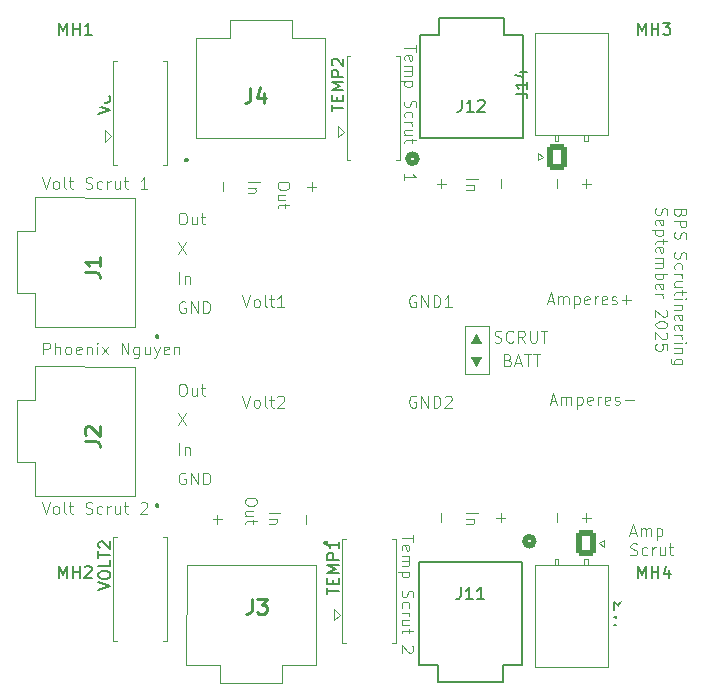
<source format=gbr>
%TF.GenerationSoftware,KiCad,Pcbnew,9.0.4*%
%TF.CreationDate,2025-09-20T10:38:11-05:00*%
%TF.ProjectId,Scrutineering,53637275-7469-46e6-9565-72696e672e6b,rev?*%
%TF.SameCoordinates,Original*%
%TF.FileFunction,Legend,Top*%
%TF.FilePolarity,Positive*%
%FSLAX46Y46*%
G04 Gerber Fmt 4.6, Leading zero omitted, Abs format (unit mm)*
G04 Created by KiCad (PCBNEW 9.0.4) date 2025-09-20 10:38:11*
%MOMM*%
%LPD*%
G01*
G04 APERTURE LIST*
G04 Aperture macros list*
%AMRoundRect*
0 Rectangle with rounded corners*
0 $1 Rounding radius*
0 $2 $3 $4 $5 $6 $7 $8 $9 X,Y pos of 4 corners*
0 Add a 4 corners polygon primitive as box body*
4,1,4,$2,$3,$4,$5,$6,$7,$8,$9,$2,$3,0*
0 Add four circle primitives for the rounded corners*
1,1,$1+$1,$2,$3*
1,1,$1+$1,$4,$5*
1,1,$1+$1,$6,$7*
1,1,$1+$1,$8,$9*
0 Add four rect primitives between the rounded corners*
20,1,$1+$1,$2,$3,$4,$5,0*
20,1,$1+$1,$4,$5,$6,$7,0*
20,1,$1+$1,$6,$7,$8,$9,0*
20,1,$1+$1,$8,$9,$2,$3,0*%
G04 Aperture macros list end*
%ADD10C,0.100000*%
%ADD11C,0.150000*%
%ADD12C,0.254000*%
%ADD13C,0.120000*%
%ADD14C,0.152400*%
%ADD15C,0.508000*%
%ADD16C,0.300000*%
%ADD17C,0.000000*%
%ADD18C,1.700000*%
%ADD19RoundRect,0.250000X-0.600000X0.850000X-0.600000X-0.850000X0.600000X-0.850000X0.600000X0.850000X0*%
%ADD20O,1.700000X2.200000*%
%ADD21C,1.752600*%
%ADD22C,4.000000*%
%ADD23O,3.500000X2.200000*%
%ADD24R,2.500000X1.500000*%
%ADD25O,2.500000X1.500000*%
%ADD26C,1.750000*%
%ADD27C,1.875000*%
%ADD28RoundRect,0.250000X0.600000X-0.850000X0.600000X0.850000X-0.600000X0.850000X-0.600000X-0.850000X0*%
%ADD29C,3.600000*%
%ADD30C,6.400000*%
G04 APERTURE END LIST*
D10*
X127000000Y-76500000D02*
X129000000Y-76500000D01*
X129000000Y-80500000D01*
X127000000Y-80500000D01*
X127000000Y-76500000D01*
X110377580Y-92303884D02*
X111377580Y-92303884D01*
X111044247Y-92780074D02*
X110377580Y-92780074D01*
X110949009Y-92780074D02*
X110996628Y-92827693D01*
X110996628Y-92827693D02*
X111044247Y-92922931D01*
X111044247Y-92922931D02*
X111044247Y-93065788D01*
X111044247Y-93065788D02*
X110996628Y-93161026D01*
X110996628Y-93161026D02*
X110901390Y-93208645D01*
X110901390Y-93208645D02*
X110377580Y-93208645D01*
X122827693Y-73920038D02*
X122732455Y-73872419D01*
X122732455Y-73872419D02*
X122589598Y-73872419D01*
X122589598Y-73872419D02*
X122446741Y-73920038D01*
X122446741Y-73920038D02*
X122351503Y-74015276D01*
X122351503Y-74015276D02*
X122303884Y-74110514D01*
X122303884Y-74110514D02*
X122256265Y-74300990D01*
X122256265Y-74300990D02*
X122256265Y-74443847D01*
X122256265Y-74443847D02*
X122303884Y-74634323D01*
X122303884Y-74634323D02*
X122351503Y-74729561D01*
X122351503Y-74729561D02*
X122446741Y-74824800D01*
X122446741Y-74824800D02*
X122589598Y-74872419D01*
X122589598Y-74872419D02*
X122684836Y-74872419D01*
X122684836Y-74872419D02*
X122827693Y-74824800D01*
X122827693Y-74824800D02*
X122875312Y-74777180D01*
X122875312Y-74777180D02*
X122875312Y-74443847D01*
X122875312Y-74443847D02*
X122684836Y-74443847D01*
X123303884Y-74872419D02*
X123303884Y-73872419D01*
X123303884Y-73872419D02*
X123875312Y-74872419D01*
X123875312Y-74872419D02*
X123875312Y-73872419D01*
X124351503Y-74872419D02*
X124351503Y-73872419D01*
X124351503Y-73872419D02*
X124589598Y-73872419D01*
X124589598Y-73872419D02*
X124732455Y-73920038D01*
X124732455Y-73920038D02*
X124827693Y-74015276D01*
X124827693Y-74015276D02*
X124875312Y-74110514D01*
X124875312Y-74110514D02*
X124922931Y-74300990D01*
X124922931Y-74300990D02*
X124922931Y-74443847D01*
X124922931Y-74443847D02*
X124875312Y-74634323D01*
X124875312Y-74634323D02*
X124827693Y-74729561D01*
X124827693Y-74729561D02*
X124732455Y-74824800D01*
X124732455Y-74824800D02*
X124589598Y-74872419D01*
X124589598Y-74872419D02*
X124351503Y-74872419D01*
X125875312Y-74872419D02*
X125303884Y-74872419D01*
X125589598Y-74872419D02*
X125589598Y-73872419D01*
X125589598Y-73872419D02*
X125494360Y-74015276D01*
X125494360Y-74015276D02*
X125399122Y-74110514D01*
X125399122Y-74110514D02*
X125303884Y-74158133D01*
X128315789Y-79158133D02*
X128315789Y-79110514D01*
X128268169Y-79253371D02*
X128268169Y-79110514D01*
X128220550Y-79348609D02*
X128220550Y-79110514D01*
X128172931Y-79443847D02*
X128172931Y-79110514D01*
X128125312Y-79491466D02*
X128125312Y-79110514D01*
X128077693Y-79586704D02*
X128077693Y-79110514D01*
X128030074Y-79681942D02*
X128030074Y-79110514D01*
X127982455Y-79777180D02*
X127982455Y-79110514D01*
X127934836Y-79872419D02*
X127934836Y-79110514D01*
X127887217Y-79777180D02*
X127887217Y-79110514D01*
X127839598Y-79681942D02*
X127839598Y-79110514D01*
X127791979Y-79586704D02*
X127791979Y-79110514D01*
X127744360Y-79491466D02*
X127744360Y-79110514D01*
X127696741Y-79443847D02*
X127696741Y-79110514D01*
X127649122Y-79348609D02*
X127649122Y-79110514D01*
X127601503Y-79253371D02*
X127601503Y-79110514D01*
X127553884Y-79110514D02*
X127934836Y-79824800D01*
X127934836Y-79824800D02*
X128315789Y-79110514D01*
X127553884Y-79158133D02*
X127553884Y-79110514D01*
X127934836Y-79872419D02*
X127506265Y-79110514D01*
X127506265Y-79110514D02*
X128363408Y-79110514D01*
X128363408Y-79110514D02*
X127934836Y-79872419D01*
X130649122Y-79348609D02*
X130791979Y-79396228D01*
X130791979Y-79396228D02*
X130839598Y-79443847D01*
X130839598Y-79443847D02*
X130887217Y-79539085D01*
X130887217Y-79539085D02*
X130887217Y-79681942D01*
X130887217Y-79681942D02*
X130839598Y-79777180D01*
X130839598Y-79777180D02*
X130791979Y-79824800D01*
X130791979Y-79824800D02*
X130696741Y-79872419D01*
X130696741Y-79872419D02*
X130315789Y-79872419D01*
X130315789Y-79872419D02*
X130315789Y-78872419D01*
X130315789Y-78872419D02*
X130649122Y-78872419D01*
X130649122Y-78872419D02*
X130744360Y-78920038D01*
X130744360Y-78920038D02*
X130791979Y-78967657D01*
X130791979Y-78967657D02*
X130839598Y-79062895D01*
X130839598Y-79062895D02*
X130839598Y-79158133D01*
X130839598Y-79158133D02*
X130791979Y-79253371D01*
X130791979Y-79253371D02*
X130744360Y-79300990D01*
X130744360Y-79300990D02*
X130649122Y-79348609D01*
X130649122Y-79348609D02*
X130315789Y-79348609D01*
X131268170Y-79586704D02*
X131744360Y-79586704D01*
X131172932Y-79872419D02*
X131506265Y-78872419D01*
X131506265Y-78872419D02*
X131839598Y-79872419D01*
X132030075Y-78872419D02*
X132601503Y-78872419D01*
X132315789Y-79872419D02*
X132315789Y-78872419D01*
X132791980Y-78872419D02*
X133363408Y-78872419D01*
X133077694Y-79872419D02*
X133077694Y-78872419D01*
X122827693Y-82420038D02*
X122732455Y-82372419D01*
X122732455Y-82372419D02*
X122589598Y-82372419D01*
X122589598Y-82372419D02*
X122446741Y-82420038D01*
X122446741Y-82420038D02*
X122351503Y-82515276D01*
X122351503Y-82515276D02*
X122303884Y-82610514D01*
X122303884Y-82610514D02*
X122256265Y-82800990D01*
X122256265Y-82800990D02*
X122256265Y-82943847D01*
X122256265Y-82943847D02*
X122303884Y-83134323D01*
X122303884Y-83134323D02*
X122351503Y-83229561D01*
X122351503Y-83229561D02*
X122446741Y-83324800D01*
X122446741Y-83324800D02*
X122589598Y-83372419D01*
X122589598Y-83372419D02*
X122684836Y-83372419D01*
X122684836Y-83372419D02*
X122827693Y-83324800D01*
X122827693Y-83324800D02*
X122875312Y-83277180D01*
X122875312Y-83277180D02*
X122875312Y-82943847D01*
X122875312Y-82943847D02*
X122684836Y-82943847D01*
X123303884Y-83372419D02*
X123303884Y-82372419D01*
X123303884Y-82372419D02*
X123875312Y-83372419D01*
X123875312Y-83372419D02*
X123875312Y-82372419D01*
X124351503Y-83372419D02*
X124351503Y-82372419D01*
X124351503Y-82372419D02*
X124589598Y-82372419D01*
X124589598Y-82372419D02*
X124732455Y-82420038D01*
X124732455Y-82420038D02*
X124827693Y-82515276D01*
X124827693Y-82515276D02*
X124875312Y-82610514D01*
X124875312Y-82610514D02*
X124922931Y-82800990D01*
X124922931Y-82800990D02*
X124922931Y-82943847D01*
X124922931Y-82943847D02*
X124875312Y-83134323D01*
X124875312Y-83134323D02*
X124827693Y-83229561D01*
X124827693Y-83229561D02*
X124732455Y-83324800D01*
X124732455Y-83324800D02*
X124589598Y-83372419D01*
X124589598Y-83372419D02*
X124351503Y-83372419D01*
X125303884Y-82467657D02*
X125351503Y-82420038D01*
X125351503Y-82420038D02*
X125446741Y-82372419D01*
X125446741Y-82372419D02*
X125684836Y-82372419D01*
X125684836Y-82372419D02*
X125780074Y-82420038D01*
X125780074Y-82420038D02*
X125827693Y-82467657D01*
X125827693Y-82467657D02*
X125875312Y-82562895D01*
X125875312Y-82562895D02*
X125875312Y-82658133D01*
X125875312Y-82658133D02*
X125827693Y-82800990D01*
X125827693Y-82800990D02*
X125256265Y-83372419D01*
X125256265Y-83372419D02*
X125875312Y-83372419D01*
X112127580Y-64494360D02*
X112127580Y-64684836D01*
X112127580Y-64684836D02*
X112079961Y-64780074D01*
X112079961Y-64780074D02*
X111984723Y-64875312D01*
X111984723Y-64875312D02*
X111794247Y-64922931D01*
X111794247Y-64922931D02*
X111460914Y-64922931D01*
X111460914Y-64922931D02*
X111270438Y-64875312D01*
X111270438Y-64875312D02*
X111175200Y-64780074D01*
X111175200Y-64780074D02*
X111127580Y-64684836D01*
X111127580Y-64684836D02*
X111127580Y-64494360D01*
X111127580Y-64494360D02*
X111175200Y-64399122D01*
X111175200Y-64399122D02*
X111270438Y-64303884D01*
X111270438Y-64303884D02*
X111460914Y-64256265D01*
X111460914Y-64256265D02*
X111794247Y-64256265D01*
X111794247Y-64256265D02*
X111984723Y-64303884D01*
X111984723Y-64303884D02*
X112079961Y-64399122D01*
X112079961Y-64399122D02*
X112127580Y-64494360D01*
X111794247Y-65780074D02*
X111127580Y-65780074D01*
X111794247Y-65351503D02*
X111270438Y-65351503D01*
X111270438Y-65351503D02*
X111175200Y-65399122D01*
X111175200Y-65399122D02*
X111127580Y-65494360D01*
X111127580Y-65494360D02*
X111127580Y-65637217D01*
X111127580Y-65637217D02*
X111175200Y-65732455D01*
X111175200Y-65732455D02*
X111222819Y-65780074D01*
X111794247Y-66113408D02*
X111794247Y-66494360D01*
X112127580Y-66256265D02*
X111270438Y-66256265D01*
X111270438Y-66256265D02*
X111175200Y-66303884D01*
X111175200Y-66303884D02*
X111127580Y-66399122D01*
X111127580Y-66399122D02*
X111127580Y-66494360D01*
X108161027Y-73872419D02*
X108494360Y-74872419D01*
X108494360Y-74872419D02*
X108827693Y-73872419D01*
X109303884Y-74872419D02*
X109208646Y-74824800D01*
X109208646Y-74824800D02*
X109161027Y-74777180D01*
X109161027Y-74777180D02*
X109113408Y-74681942D01*
X109113408Y-74681942D02*
X109113408Y-74396228D01*
X109113408Y-74396228D02*
X109161027Y-74300990D01*
X109161027Y-74300990D02*
X109208646Y-74253371D01*
X109208646Y-74253371D02*
X109303884Y-74205752D01*
X109303884Y-74205752D02*
X109446741Y-74205752D01*
X109446741Y-74205752D02*
X109541979Y-74253371D01*
X109541979Y-74253371D02*
X109589598Y-74300990D01*
X109589598Y-74300990D02*
X109637217Y-74396228D01*
X109637217Y-74396228D02*
X109637217Y-74681942D01*
X109637217Y-74681942D02*
X109589598Y-74777180D01*
X109589598Y-74777180D02*
X109541979Y-74824800D01*
X109541979Y-74824800D02*
X109446741Y-74872419D01*
X109446741Y-74872419D02*
X109303884Y-74872419D01*
X110208646Y-74872419D02*
X110113408Y-74824800D01*
X110113408Y-74824800D02*
X110065789Y-74729561D01*
X110065789Y-74729561D02*
X110065789Y-73872419D01*
X110446742Y-74205752D02*
X110827694Y-74205752D01*
X110589599Y-73872419D02*
X110589599Y-74729561D01*
X110589599Y-74729561D02*
X110637218Y-74824800D01*
X110637218Y-74824800D02*
X110732456Y-74872419D01*
X110732456Y-74872419D02*
X110827694Y-74872419D01*
X111684837Y-74872419D02*
X111113409Y-74872419D01*
X111399123Y-74872419D02*
X111399123Y-73872419D01*
X111399123Y-73872419D02*
X111303885Y-74015276D01*
X111303885Y-74015276D02*
X111208647Y-74110514D01*
X111208647Y-74110514D02*
X111113409Y-74158133D01*
X103327693Y-74420038D02*
X103232455Y-74372419D01*
X103232455Y-74372419D02*
X103089598Y-74372419D01*
X103089598Y-74372419D02*
X102946741Y-74420038D01*
X102946741Y-74420038D02*
X102851503Y-74515276D01*
X102851503Y-74515276D02*
X102803884Y-74610514D01*
X102803884Y-74610514D02*
X102756265Y-74800990D01*
X102756265Y-74800990D02*
X102756265Y-74943847D01*
X102756265Y-74943847D02*
X102803884Y-75134323D01*
X102803884Y-75134323D02*
X102851503Y-75229561D01*
X102851503Y-75229561D02*
X102946741Y-75324800D01*
X102946741Y-75324800D02*
X103089598Y-75372419D01*
X103089598Y-75372419D02*
X103184836Y-75372419D01*
X103184836Y-75372419D02*
X103327693Y-75324800D01*
X103327693Y-75324800D02*
X103375312Y-75277180D01*
X103375312Y-75277180D02*
X103375312Y-74943847D01*
X103375312Y-74943847D02*
X103184836Y-74943847D01*
X103803884Y-75372419D02*
X103803884Y-74372419D01*
X103803884Y-74372419D02*
X104375312Y-75372419D01*
X104375312Y-75372419D02*
X104375312Y-74372419D01*
X104851503Y-75372419D02*
X104851503Y-74372419D01*
X104851503Y-74372419D02*
X105089598Y-74372419D01*
X105089598Y-74372419D02*
X105232455Y-74420038D01*
X105232455Y-74420038D02*
X105327693Y-74515276D01*
X105327693Y-74515276D02*
X105375312Y-74610514D01*
X105375312Y-74610514D02*
X105422931Y-74800990D01*
X105422931Y-74800990D02*
X105422931Y-74943847D01*
X105422931Y-74943847D02*
X105375312Y-75134323D01*
X105375312Y-75134323D02*
X105327693Y-75229561D01*
X105327693Y-75229561D02*
X105232455Y-75324800D01*
X105232455Y-75324800D02*
X105089598Y-75372419D01*
X105089598Y-75372419D02*
X104851503Y-75372419D01*
X106508533Y-64303884D02*
X106508533Y-65065789D01*
X122627580Y-94161027D02*
X122627580Y-94732455D01*
X121627580Y-94446741D02*
X122627580Y-94446741D01*
X121675200Y-95446741D02*
X121627580Y-95351503D01*
X121627580Y-95351503D02*
X121627580Y-95161027D01*
X121627580Y-95161027D02*
X121675200Y-95065789D01*
X121675200Y-95065789D02*
X121770438Y-95018170D01*
X121770438Y-95018170D02*
X122151390Y-95018170D01*
X122151390Y-95018170D02*
X122246628Y-95065789D01*
X122246628Y-95065789D02*
X122294247Y-95161027D01*
X122294247Y-95161027D02*
X122294247Y-95351503D01*
X122294247Y-95351503D02*
X122246628Y-95446741D01*
X122246628Y-95446741D02*
X122151390Y-95494360D01*
X122151390Y-95494360D02*
X122056152Y-95494360D01*
X122056152Y-95494360D02*
X121960914Y-95018170D01*
X121627580Y-95922932D02*
X122294247Y-95922932D01*
X122199009Y-95922932D02*
X122246628Y-95970551D01*
X122246628Y-95970551D02*
X122294247Y-96065789D01*
X122294247Y-96065789D02*
X122294247Y-96208646D01*
X122294247Y-96208646D02*
X122246628Y-96303884D01*
X122246628Y-96303884D02*
X122151390Y-96351503D01*
X122151390Y-96351503D02*
X121627580Y-96351503D01*
X122151390Y-96351503D02*
X122246628Y-96399122D01*
X122246628Y-96399122D02*
X122294247Y-96494360D01*
X122294247Y-96494360D02*
X122294247Y-96637217D01*
X122294247Y-96637217D02*
X122246628Y-96732456D01*
X122246628Y-96732456D02*
X122151390Y-96780075D01*
X122151390Y-96780075D02*
X121627580Y-96780075D01*
X122294247Y-97256265D02*
X121294247Y-97256265D01*
X122246628Y-97256265D02*
X122294247Y-97351503D01*
X122294247Y-97351503D02*
X122294247Y-97541979D01*
X122294247Y-97541979D02*
X122246628Y-97637217D01*
X122246628Y-97637217D02*
X122199009Y-97684836D01*
X122199009Y-97684836D02*
X122103771Y-97732455D01*
X122103771Y-97732455D02*
X121818057Y-97732455D01*
X121818057Y-97732455D02*
X121722819Y-97684836D01*
X121722819Y-97684836D02*
X121675200Y-97637217D01*
X121675200Y-97637217D02*
X121627580Y-97541979D01*
X121627580Y-97541979D02*
X121627580Y-97351503D01*
X121627580Y-97351503D02*
X121675200Y-97256265D01*
X121675200Y-98875313D02*
X121627580Y-99018170D01*
X121627580Y-99018170D02*
X121627580Y-99256265D01*
X121627580Y-99256265D02*
X121675200Y-99351503D01*
X121675200Y-99351503D02*
X121722819Y-99399122D01*
X121722819Y-99399122D02*
X121818057Y-99446741D01*
X121818057Y-99446741D02*
X121913295Y-99446741D01*
X121913295Y-99446741D02*
X122008533Y-99399122D01*
X122008533Y-99399122D02*
X122056152Y-99351503D01*
X122056152Y-99351503D02*
X122103771Y-99256265D01*
X122103771Y-99256265D02*
X122151390Y-99065789D01*
X122151390Y-99065789D02*
X122199009Y-98970551D01*
X122199009Y-98970551D02*
X122246628Y-98922932D01*
X122246628Y-98922932D02*
X122341866Y-98875313D01*
X122341866Y-98875313D02*
X122437104Y-98875313D01*
X122437104Y-98875313D02*
X122532342Y-98922932D01*
X122532342Y-98922932D02*
X122579961Y-98970551D01*
X122579961Y-98970551D02*
X122627580Y-99065789D01*
X122627580Y-99065789D02*
X122627580Y-99303884D01*
X122627580Y-99303884D02*
X122579961Y-99446741D01*
X121675200Y-100303884D02*
X121627580Y-100208646D01*
X121627580Y-100208646D02*
X121627580Y-100018170D01*
X121627580Y-100018170D02*
X121675200Y-99922932D01*
X121675200Y-99922932D02*
X121722819Y-99875313D01*
X121722819Y-99875313D02*
X121818057Y-99827694D01*
X121818057Y-99827694D02*
X122103771Y-99827694D01*
X122103771Y-99827694D02*
X122199009Y-99875313D01*
X122199009Y-99875313D02*
X122246628Y-99922932D01*
X122246628Y-99922932D02*
X122294247Y-100018170D01*
X122294247Y-100018170D02*
X122294247Y-100208646D01*
X122294247Y-100208646D02*
X122246628Y-100303884D01*
X121627580Y-100732456D02*
X122294247Y-100732456D01*
X122103771Y-100732456D02*
X122199009Y-100780075D01*
X122199009Y-100780075D02*
X122246628Y-100827694D01*
X122246628Y-100827694D02*
X122294247Y-100922932D01*
X122294247Y-100922932D02*
X122294247Y-101018170D01*
X122294247Y-101780075D02*
X121627580Y-101780075D01*
X122294247Y-101351504D02*
X121770438Y-101351504D01*
X121770438Y-101351504D02*
X121675200Y-101399123D01*
X121675200Y-101399123D02*
X121627580Y-101494361D01*
X121627580Y-101494361D02*
X121627580Y-101637218D01*
X121627580Y-101637218D02*
X121675200Y-101732456D01*
X121675200Y-101732456D02*
X121722819Y-101780075D01*
X122294247Y-102113409D02*
X122294247Y-102494361D01*
X122627580Y-102256266D02*
X121770438Y-102256266D01*
X121770438Y-102256266D02*
X121675200Y-102303885D01*
X121675200Y-102303885D02*
X121627580Y-102399123D01*
X121627580Y-102399123D02*
X121627580Y-102494361D01*
X122532342Y-103541981D02*
X122579961Y-103589600D01*
X122579961Y-103589600D02*
X122627580Y-103684838D01*
X122627580Y-103684838D02*
X122627580Y-103922933D01*
X122627580Y-103922933D02*
X122579961Y-104018171D01*
X122579961Y-104018171D02*
X122532342Y-104065790D01*
X122532342Y-104065790D02*
X122437104Y-104113409D01*
X122437104Y-104113409D02*
X122341866Y-104113409D01*
X122341866Y-104113409D02*
X122199009Y-104065790D01*
X122199009Y-104065790D02*
X121627580Y-103494362D01*
X121627580Y-103494362D02*
X121627580Y-104113409D01*
X102803884Y-87372419D02*
X102803884Y-86372419D01*
X103280074Y-86705752D02*
X103280074Y-87372419D01*
X103280074Y-86800990D02*
X103327693Y-86753371D01*
X103327693Y-86753371D02*
X103422931Y-86705752D01*
X103422931Y-86705752D02*
X103565788Y-86705752D01*
X103565788Y-86705752D02*
X103661026Y-86753371D01*
X103661026Y-86753371D02*
X103708645Y-86848609D01*
X103708645Y-86848609D02*
X103708645Y-87372419D01*
X130008533Y-92303884D02*
X130008533Y-93065789D01*
X129627580Y-92684836D02*
X130389485Y-92684836D01*
X125008533Y-64053884D02*
X125008533Y-64815789D01*
X124627580Y-64434836D02*
X125389485Y-64434836D01*
X91161027Y-63872419D02*
X91494360Y-64872419D01*
X91494360Y-64872419D02*
X91827693Y-63872419D01*
X92303884Y-64872419D02*
X92208646Y-64824800D01*
X92208646Y-64824800D02*
X92161027Y-64777180D01*
X92161027Y-64777180D02*
X92113408Y-64681942D01*
X92113408Y-64681942D02*
X92113408Y-64396228D01*
X92113408Y-64396228D02*
X92161027Y-64300990D01*
X92161027Y-64300990D02*
X92208646Y-64253371D01*
X92208646Y-64253371D02*
X92303884Y-64205752D01*
X92303884Y-64205752D02*
X92446741Y-64205752D01*
X92446741Y-64205752D02*
X92541979Y-64253371D01*
X92541979Y-64253371D02*
X92589598Y-64300990D01*
X92589598Y-64300990D02*
X92637217Y-64396228D01*
X92637217Y-64396228D02*
X92637217Y-64681942D01*
X92637217Y-64681942D02*
X92589598Y-64777180D01*
X92589598Y-64777180D02*
X92541979Y-64824800D01*
X92541979Y-64824800D02*
X92446741Y-64872419D01*
X92446741Y-64872419D02*
X92303884Y-64872419D01*
X93208646Y-64872419D02*
X93113408Y-64824800D01*
X93113408Y-64824800D02*
X93065789Y-64729561D01*
X93065789Y-64729561D02*
X93065789Y-63872419D01*
X93446742Y-64205752D02*
X93827694Y-64205752D01*
X93589599Y-63872419D02*
X93589599Y-64729561D01*
X93589599Y-64729561D02*
X93637218Y-64824800D01*
X93637218Y-64824800D02*
X93732456Y-64872419D01*
X93732456Y-64872419D02*
X93827694Y-64872419D01*
X94875314Y-64824800D02*
X95018171Y-64872419D01*
X95018171Y-64872419D02*
X95256266Y-64872419D01*
X95256266Y-64872419D02*
X95351504Y-64824800D01*
X95351504Y-64824800D02*
X95399123Y-64777180D01*
X95399123Y-64777180D02*
X95446742Y-64681942D01*
X95446742Y-64681942D02*
X95446742Y-64586704D01*
X95446742Y-64586704D02*
X95399123Y-64491466D01*
X95399123Y-64491466D02*
X95351504Y-64443847D01*
X95351504Y-64443847D02*
X95256266Y-64396228D01*
X95256266Y-64396228D02*
X95065790Y-64348609D01*
X95065790Y-64348609D02*
X94970552Y-64300990D01*
X94970552Y-64300990D02*
X94922933Y-64253371D01*
X94922933Y-64253371D02*
X94875314Y-64158133D01*
X94875314Y-64158133D02*
X94875314Y-64062895D01*
X94875314Y-64062895D02*
X94922933Y-63967657D01*
X94922933Y-63967657D02*
X94970552Y-63920038D01*
X94970552Y-63920038D02*
X95065790Y-63872419D01*
X95065790Y-63872419D02*
X95303885Y-63872419D01*
X95303885Y-63872419D02*
X95446742Y-63920038D01*
X96303885Y-64824800D02*
X96208647Y-64872419D01*
X96208647Y-64872419D02*
X96018171Y-64872419D01*
X96018171Y-64872419D02*
X95922933Y-64824800D01*
X95922933Y-64824800D02*
X95875314Y-64777180D01*
X95875314Y-64777180D02*
X95827695Y-64681942D01*
X95827695Y-64681942D02*
X95827695Y-64396228D01*
X95827695Y-64396228D02*
X95875314Y-64300990D01*
X95875314Y-64300990D02*
X95922933Y-64253371D01*
X95922933Y-64253371D02*
X96018171Y-64205752D01*
X96018171Y-64205752D02*
X96208647Y-64205752D01*
X96208647Y-64205752D02*
X96303885Y-64253371D01*
X96732457Y-64872419D02*
X96732457Y-64205752D01*
X96732457Y-64396228D02*
X96780076Y-64300990D01*
X96780076Y-64300990D02*
X96827695Y-64253371D01*
X96827695Y-64253371D02*
X96922933Y-64205752D01*
X96922933Y-64205752D02*
X97018171Y-64205752D01*
X97780076Y-64205752D02*
X97780076Y-64872419D01*
X97351505Y-64205752D02*
X97351505Y-64729561D01*
X97351505Y-64729561D02*
X97399124Y-64824800D01*
X97399124Y-64824800D02*
X97494362Y-64872419D01*
X97494362Y-64872419D02*
X97637219Y-64872419D01*
X97637219Y-64872419D02*
X97732457Y-64824800D01*
X97732457Y-64824800D02*
X97780076Y-64777180D01*
X98113410Y-64205752D02*
X98494362Y-64205752D01*
X98256267Y-63872419D02*
X98256267Y-64729561D01*
X98256267Y-64729561D02*
X98303886Y-64824800D01*
X98303886Y-64824800D02*
X98399124Y-64872419D01*
X98399124Y-64872419D02*
X98494362Y-64872419D01*
X100113410Y-64872419D02*
X99541982Y-64872419D01*
X99827696Y-64872419D02*
X99827696Y-63872419D01*
X99827696Y-63872419D02*
X99732458Y-64015276D01*
X99732458Y-64015276D02*
X99637220Y-64110514D01*
X99637220Y-64110514D02*
X99541982Y-64158133D01*
X137258533Y-64053884D02*
X137258533Y-64815789D01*
X136877580Y-64434836D02*
X137639485Y-64434836D01*
X113508533Y-92446741D02*
X113508533Y-93208646D01*
X109377580Y-91244360D02*
X109377580Y-91434836D01*
X109377580Y-91434836D02*
X109329961Y-91530074D01*
X109329961Y-91530074D02*
X109234723Y-91625312D01*
X109234723Y-91625312D02*
X109044247Y-91672931D01*
X109044247Y-91672931D02*
X108710914Y-91672931D01*
X108710914Y-91672931D02*
X108520438Y-91625312D01*
X108520438Y-91625312D02*
X108425200Y-91530074D01*
X108425200Y-91530074D02*
X108377580Y-91434836D01*
X108377580Y-91434836D02*
X108377580Y-91244360D01*
X108377580Y-91244360D02*
X108425200Y-91149122D01*
X108425200Y-91149122D02*
X108520438Y-91053884D01*
X108520438Y-91053884D02*
X108710914Y-91006265D01*
X108710914Y-91006265D02*
X109044247Y-91006265D01*
X109044247Y-91006265D02*
X109234723Y-91053884D01*
X109234723Y-91053884D02*
X109329961Y-91149122D01*
X109329961Y-91149122D02*
X109377580Y-91244360D01*
X109044247Y-92530074D02*
X108377580Y-92530074D01*
X109044247Y-92101503D02*
X108520438Y-92101503D01*
X108520438Y-92101503D02*
X108425200Y-92149122D01*
X108425200Y-92149122D02*
X108377580Y-92244360D01*
X108377580Y-92244360D02*
X108377580Y-92387217D01*
X108377580Y-92387217D02*
X108425200Y-92482455D01*
X108425200Y-92482455D02*
X108472819Y-92530074D01*
X109044247Y-92863408D02*
X109044247Y-93244360D01*
X109377580Y-93006265D02*
X108520438Y-93006265D01*
X108520438Y-93006265D02*
X108425200Y-93053884D01*
X108425200Y-93053884D02*
X108377580Y-93149122D01*
X108377580Y-93149122D02*
X108377580Y-93244360D01*
X102803884Y-72872419D02*
X102803884Y-71872419D01*
X103280074Y-72205752D02*
X103280074Y-72872419D01*
X103280074Y-72300990D02*
X103327693Y-72253371D01*
X103327693Y-72253371D02*
X103422931Y-72205752D01*
X103422931Y-72205752D02*
X103565788Y-72205752D01*
X103565788Y-72205752D02*
X103661026Y-72253371D01*
X103661026Y-72253371D02*
X103708645Y-72348609D01*
X103708645Y-72348609D02*
X103708645Y-72872419D01*
X106008533Y-92446741D02*
X106008533Y-93208646D01*
X105627580Y-92827693D02*
X106389485Y-92827693D01*
X134256265Y-82836704D02*
X134732455Y-82836704D01*
X134161027Y-83122419D02*
X134494360Y-82122419D01*
X134494360Y-82122419D02*
X134827693Y-83122419D01*
X135161027Y-83122419D02*
X135161027Y-82455752D01*
X135161027Y-82550990D02*
X135208646Y-82503371D01*
X135208646Y-82503371D02*
X135303884Y-82455752D01*
X135303884Y-82455752D02*
X135446741Y-82455752D01*
X135446741Y-82455752D02*
X135541979Y-82503371D01*
X135541979Y-82503371D02*
X135589598Y-82598609D01*
X135589598Y-82598609D02*
X135589598Y-83122419D01*
X135589598Y-82598609D02*
X135637217Y-82503371D01*
X135637217Y-82503371D02*
X135732455Y-82455752D01*
X135732455Y-82455752D02*
X135875312Y-82455752D01*
X135875312Y-82455752D02*
X135970551Y-82503371D01*
X135970551Y-82503371D02*
X136018170Y-82598609D01*
X136018170Y-82598609D02*
X136018170Y-83122419D01*
X136494360Y-82455752D02*
X136494360Y-83455752D01*
X136494360Y-82503371D02*
X136589598Y-82455752D01*
X136589598Y-82455752D02*
X136780074Y-82455752D01*
X136780074Y-82455752D02*
X136875312Y-82503371D01*
X136875312Y-82503371D02*
X136922931Y-82550990D01*
X136922931Y-82550990D02*
X136970550Y-82646228D01*
X136970550Y-82646228D02*
X136970550Y-82931942D01*
X136970550Y-82931942D02*
X136922931Y-83027180D01*
X136922931Y-83027180D02*
X136875312Y-83074800D01*
X136875312Y-83074800D02*
X136780074Y-83122419D01*
X136780074Y-83122419D02*
X136589598Y-83122419D01*
X136589598Y-83122419D02*
X136494360Y-83074800D01*
X137780074Y-83074800D02*
X137684836Y-83122419D01*
X137684836Y-83122419D02*
X137494360Y-83122419D01*
X137494360Y-83122419D02*
X137399122Y-83074800D01*
X137399122Y-83074800D02*
X137351503Y-82979561D01*
X137351503Y-82979561D02*
X137351503Y-82598609D01*
X137351503Y-82598609D02*
X137399122Y-82503371D01*
X137399122Y-82503371D02*
X137494360Y-82455752D01*
X137494360Y-82455752D02*
X137684836Y-82455752D01*
X137684836Y-82455752D02*
X137780074Y-82503371D01*
X137780074Y-82503371D02*
X137827693Y-82598609D01*
X137827693Y-82598609D02*
X137827693Y-82693847D01*
X137827693Y-82693847D02*
X137351503Y-82789085D01*
X138256265Y-83122419D02*
X138256265Y-82455752D01*
X138256265Y-82646228D02*
X138303884Y-82550990D01*
X138303884Y-82550990D02*
X138351503Y-82503371D01*
X138351503Y-82503371D02*
X138446741Y-82455752D01*
X138446741Y-82455752D02*
X138541979Y-82455752D01*
X139256265Y-83074800D02*
X139161027Y-83122419D01*
X139161027Y-83122419D02*
X138970551Y-83122419D01*
X138970551Y-83122419D02*
X138875313Y-83074800D01*
X138875313Y-83074800D02*
X138827694Y-82979561D01*
X138827694Y-82979561D02*
X138827694Y-82598609D01*
X138827694Y-82598609D02*
X138875313Y-82503371D01*
X138875313Y-82503371D02*
X138970551Y-82455752D01*
X138970551Y-82455752D02*
X139161027Y-82455752D01*
X139161027Y-82455752D02*
X139256265Y-82503371D01*
X139256265Y-82503371D02*
X139303884Y-82598609D01*
X139303884Y-82598609D02*
X139303884Y-82693847D01*
X139303884Y-82693847D02*
X138827694Y-82789085D01*
X139684837Y-83074800D02*
X139780075Y-83122419D01*
X139780075Y-83122419D02*
X139970551Y-83122419D01*
X139970551Y-83122419D02*
X140065789Y-83074800D01*
X140065789Y-83074800D02*
X140113408Y-82979561D01*
X140113408Y-82979561D02*
X140113408Y-82931942D01*
X140113408Y-82931942D02*
X140065789Y-82836704D01*
X140065789Y-82836704D02*
X139970551Y-82789085D01*
X139970551Y-82789085D02*
X139827694Y-82789085D01*
X139827694Y-82789085D02*
X139732456Y-82741466D01*
X139732456Y-82741466D02*
X139684837Y-82646228D01*
X139684837Y-82646228D02*
X139684837Y-82598609D01*
X139684837Y-82598609D02*
X139732456Y-82503371D01*
X139732456Y-82503371D02*
X139827694Y-82455752D01*
X139827694Y-82455752D02*
X139970551Y-82455752D01*
X139970551Y-82455752D02*
X140065789Y-82503371D01*
X140541980Y-82741466D02*
X141303885Y-82741466D01*
X134006265Y-74336704D02*
X134482455Y-74336704D01*
X133911027Y-74622419D02*
X134244360Y-73622419D01*
X134244360Y-73622419D02*
X134577693Y-74622419D01*
X134911027Y-74622419D02*
X134911027Y-73955752D01*
X134911027Y-74050990D02*
X134958646Y-74003371D01*
X134958646Y-74003371D02*
X135053884Y-73955752D01*
X135053884Y-73955752D02*
X135196741Y-73955752D01*
X135196741Y-73955752D02*
X135291979Y-74003371D01*
X135291979Y-74003371D02*
X135339598Y-74098609D01*
X135339598Y-74098609D02*
X135339598Y-74622419D01*
X135339598Y-74098609D02*
X135387217Y-74003371D01*
X135387217Y-74003371D02*
X135482455Y-73955752D01*
X135482455Y-73955752D02*
X135625312Y-73955752D01*
X135625312Y-73955752D02*
X135720551Y-74003371D01*
X135720551Y-74003371D02*
X135768170Y-74098609D01*
X135768170Y-74098609D02*
X135768170Y-74622419D01*
X136244360Y-73955752D02*
X136244360Y-74955752D01*
X136244360Y-74003371D02*
X136339598Y-73955752D01*
X136339598Y-73955752D02*
X136530074Y-73955752D01*
X136530074Y-73955752D02*
X136625312Y-74003371D01*
X136625312Y-74003371D02*
X136672931Y-74050990D01*
X136672931Y-74050990D02*
X136720550Y-74146228D01*
X136720550Y-74146228D02*
X136720550Y-74431942D01*
X136720550Y-74431942D02*
X136672931Y-74527180D01*
X136672931Y-74527180D02*
X136625312Y-74574800D01*
X136625312Y-74574800D02*
X136530074Y-74622419D01*
X136530074Y-74622419D02*
X136339598Y-74622419D01*
X136339598Y-74622419D02*
X136244360Y-74574800D01*
X137530074Y-74574800D02*
X137434836Y-74622419D01*
X137434836Y-74622419D02*
X137244360Y-74622419D01*
X137244360Y-74622419D02*
X137149122Y-74574800D01*
X137149122Y-74574800D02*
X137101503Y-74479561D01*
X137101503Y-74479561D02*
X137101503Y-74098609D01*
X137101503Y-74098609D02*
X137149122Y-74003371D01*
X137149122Y-74003371D02*
X137244360Y-73955752D01*
X137244360Y-73955752D02*
X137434836Y-73955752D01*
X137434836Y-73955752D02*
X137530074Y-74003371D01*
X137530074Y-74003371D02*
X137577693Y-74098609D01*
X137577693Y-74098609D02*
X137577693Y-74193847D01*
X137577693Y-74193847D02*
X137101503Y-74289085D01*
X138006265Y-74622419D02*
X138006265Y-73955752D01*
X138006265Y-74146228D02*
X138053884Y-74050990D01*
X138053884Y-74050990D02*
X138101503Y-74003371D01*
X138101503Y-74003371D02*
X138196741Y-73955752D01*
X138196741Y-73955752D02*
X138291979Y-73955752D01*
X139006265Y-74574800D02*
X138911027Y-74622419D01*
X138911027Y-74622419D02*
X138720551Y-74622419D01*
X138720551Y-74622419D02*
X138625313Y-74574800D01*
X138625313Y-74574800D02*
X138577694Y-74479561D01*
X138577694Y-74479561D02*
X138577694Y-74098609D01*
X138577694Y-74098609D02*
X138625313Y-74003371D01*
X138625313Y-74003371D02*
X138720551Y-73955752D01*
X138720551Y-73955752D02*
X138911027Y-73955752D01*
X138911027Y-73955752D02*
X139006265Y-74003371D01*
X139006265Y-74003371D02*
X139053884Y-74098609D01*
X139053884Y-74098609D02*
X139053884Y-74193847D01*
X139053884Y-74193847D02*
X138577694Y-74289085D01*
X139434837Y-74574800D02*
X139530075Y-74622419D01*
X139530075Y-74622419D02*
X139720551Y-74622419D01*
X139720551Y-74622419D02*
X139815789Y-74574800D01*
X139815789Y-74574800D02*
X139863408Y-74479561D01*
X139863408Y-74479561D02*
X139863408Y-74431942D01*
X139863408Y-74431942D02*
X139815789Y-74336704D01*
X139815789Y-74336704D02*
X139720551Y-74289085D01*
X139720551Y-74289085D02*
X139577694Y-74289085D01*
X139577694Y-74289085D02*
X139482456Y-74241466D01*
X139482456Y-74241466D02*
X139434837Y-74146228D01*
X139434837Y-74146228D02*
X139434837Y-74098609D01*
X139434837Y-74098609D02*
X139482456Y-74003371D01*
X139482456Y-74003371D02*
X139577694Y-73955752D01*
X139577694Y-73955752D02*
X139720551Y-73955752D01*
X139720551Y-73955752D02*
X139815789Y-74003371D01*
X140291980Y-74241466D02*
X141053885Y-74241466D01*
X140672932Y-74622419D02*
X140672932Y-73860514D01*
X130008533Y-64053884D02*
X130008533Y-64815789D01*
X134758533Y-92303884D02*
X134758533Y-93065789D01*
X134758533Y-64053884D02*
X134758533Y-64815789D01*
X102708646Y-69372419D02*
X103375312Y-70372419D01*
X103375312Y-69372419D02*
X102708646Y-70372419D01*
X127127580Y-92303884D02*
X128127580Y-92303884D01*
X127794247Y-92780074D02*
X127127580Y-92780074D01*
X127699009Y-92780074D02*
X127746628Y-92827693D01*
X127746628Y-92827693D02*
X127794247Y-92922931D01*
X127794247Y-92922931D02*
X127794247Y-93065788D01*
X127794247Y-93065788D02*
X127746628Y-93161026D01*
X127746628Y-93161026D02*
X127651390Y-93208645D01*
X127651390Y-93208645D02*
X127127580Y-93208645D01*
X145261334Y-66887217D02*
X145213715Y-67030074D01*
X145213715Y-67030074D02*
X145166096Y-67077693D01*
X145166096Y-67077693D02*
X145070858Y-67125312D01*
X145070858Y-67125312D02*
X144928001Y-67125312D01*
X144928001Y-67125312D02*
X144832763Y-67077693D01*
X144832763Y-67077693D02*
X144785144Y-67030074D01*
X144785144Y-67030074D02*
X144737524Y-66934836D01*
X144737524Y-66934836D02*
X144737524Y-66553884D01*
X144737524Y-66553884D02*
X145737524Y-66553884D01*
X145737524Y-66553884D02*
X145737524Y-66887217D01*
X145737524Y-66887217D02*
X145689905Y-66982455D01*
X145689905Y-66982455D02*
X145642286Y-67030074D01*
X145642286Y-67030074D02*
X145547048Y-67077693D01*
X145547048Y-67077693D02*
X145451810Y-67077693D01*
X145451810Y-67077693D02*
X145356572Y-67030074D01*
X145356572Y-67030074D02*
X145308953Y-66982455D01*
X145308953Y-66982455D02*
X145261334Y-66887217D01*
X145261334Y-66887217D02*
X145261334Y-66553884D01*
X144737524Y-67553884D02*
X145737524Y-67553884D01*
X145737524Y-67553884D02*
X145737524Y-67934836D01*
X145737524Y-67934836D02*
X145689905Y-68030074D01*
X145689905Y-68030074D02*
X145642286Y-68077693D01*
X145642286Y-68077693D02*
X145547048Y-68125312D01*
X145547048Y-68125312D02*
X145404191Y-68125312D01*
X145404191Y-68125312D02*
X145308953Y-68077693D01*
X145308953Y-68077693D02*
X145261334Y-68030074D01*
X145261334Y-68030074D02*
X145213715Y-67934836D01*
X145213715Y-67934836D02*
X145213715Y-67553884D01*
X144785144Y-68506265D02*
X144737524Y-68649122D01*
X144737524Y-68649122D02*
X144737524Y-68887217D01*
X144737524Y-68887217D02*
X144785144Y-68982455D01*
X144785144Y-68982455D02*
X144832763Y-69030074D01*
X144832763Y-69030074D02*
X144928001Y-69077693D01*
X144928001Y-69077693D02*
X145023239Y-69077693D01*
X145023239Y-69077693D02*
X145118477Y-69030074D01*
X145118477Y-69030074D02*
X145166096Y-68982455D01*
X145166096Y-68982455D02*
X145213715Y-68887217D01*
X145213715Y-68887217D02*
X145261334Y-68696741D01*
X145261334Y-68696741D02*
X145308953Y-68601503D01*
X145308953Y-68601503D02*
X145356572Y-68553884D01*
X145356572Y-68553884D02*
X145451810Y-68506265D01*
X145451810Y-68506265D02*
X145547048Y-68506265D01*
X145547048Y-68506265D02*
X145642286Y-68553884D01*
X145642286Y-68553884D02*
X145689905Y-68601503D01*
X145689905Y-68601503D02*
X145737524Y-68696741D01*
X145737524Y-68696741D02*
X145737524Y-68934836D01*
X145737524Y-68934836D02*
X145689905Y-69077693D01*
X144785144Y-70220551D02*
X144737524Y-70363408D01*
X144737524Y-70363408D02*
X144737524Y-70601503D01*
X144737524Y-70601503D02*
X144785144Y-70696741D01*
X144785144Y-70696741D02*
X144832763Y-70744360D01*
X144832763Y-70744360D02*
X144928001Y-70791979D01*
X144928001Y-70791979D02*
X145023239Y-70791979D01*
X145023239Y-70791979D02*
X145118477Y-70744360D01*
X145118477Y-70744360D02*
X145166096Y-70696741D01*
X145166096Y-70696741D02*
X145213715Y-70601503D01*
X145213715Y-70601503D02*
X145261334Y-70411027D01*
X145261334Y-70411027D02*
X145308953Y-70315789D01*
X145308953Y-70315789D02*
X145356572Y-70268170D01*
X145356572Y-70268170D02*
X145451810Y-70220551D01*
X145451810Y-70220551D02*
X145547048Y-70220551D01*
X145547048Y-70220551D02*
X145642286Y-70268170D01*
X145642286Y-70268170D02*
X145689905Y-70315789D01*
X145689905Y-70315789D02*
X145737524Y-70411027D01*
X145737524Y-70411027D02*
X145737524Y-70649122D01*
X145737524Y-70649122D02*
X145689905Y-70791979D01*
X144785144Y-71649122D02*
X144737524Y-71553884D01*
X144737524Y-71553884D02*
X144737524Y-71363408D01*
X144737524Y-71363408D02*
X144785144Y-71268170D01*
X144785144Y-71268170D02*
X144832763Y-71220551D01*
X144832763Y-71220551D02*
X144928001Y-71172932D01*
X144928001Y-71172932D02*
X145213715Y-71172932D01*
X145213715Y-71172932D02*
X145308953Y-71220551D01*
X145308953Y-71220551D02*
X145356572Y-71268170D01*
X145356572Y-71268170D02*
X145404191Y-71363408D01*
X145404191Y-71363408D02*
X145404191Y-71553884D01*
X145404191Y-71553884D02*
X145356572Y-71649122D01*
X144737524Y-72077694D02*
X145404191Y-72077694D01*
X145213715Y-72077694D02*
X145308953Y-72125313D01*
X145308953Y-72125313D02*
X145356572Y-72172932D01*
X145356572Y-72172932D02*
X145404191Y-72268170D01*
X145404191Y-72268170D02*
X145404191Y-72363408D01*
X145404191Y-73125313D02*
X144737524Y-73125313D01*
X145404191Y-72696742D02*
X144880382Y-72696742D01*
X144880382Y-72696742D02*
X144785144Y-72744361D01*
X144785144Y-72744361D02*
X144737524Y-72839599D01*
X144737524Y-72839599D02*
X144737524Y-72982456D01*
X144737524Y-72982456D02*
X144785144Y-73077694D01*
X144785144Y-73077694D02*
X144832763Y-73125313D01*
X145404191Y-73458647D02*
X145404191Y-73839599D01*
X145737524Y-73601504D02*
X144880382Y-73601504D01*
X144880382Y-73601504D02*
X144785144Y-73649123D01*
X144785144Y-73649123D02*
X144737524Y-73744361D01*
X144737524Y-73744361D02*
X144737524Y-73839599D01*
X144737524Y-74172933D02*
X145404191Y-74172933D01*
X145737524Y-74172933D02*
X145689905Y-74125314D01*
X145689905Y-74125314D02*
X145642286Y-74172933D01*
X145642286Y-74172933D02*
X145689905Y-74220552D01*
X145689905Y-74220552D02*
X145737524Y-74172933D01*
X145737524Y-74172933D02*
X145642286Y-74172933D01*
X145404191Y-74649123D02*
X144737524Y-74649123D01*
X145308953Y-74649123D02*
X145356572Y-74696742D01*
X145356572Y-74696742D02*
X145404191Y-74791980D01*
X145404191Y-74791980D02*
X145404191Y-74934837D01*
X145404191Y-74934837D02*
X145356572Y-75030075D01*
X145356572Y-75030075D02*
X145261334Y-75077694D01*
X145261334Y-75077694D02*
X144737524Y-75077694D01*
X144785144Y-75934837D02*
X144737524Y-75839599D01*
X144737524Y-75839599D02*
X144737524Y-75649123D01*
X144737524Y-75649123D02*
X144785144Y-75553885D01*
X144785144Y-75553885D02*
X144880382Y-75506266D01*
X144880382Y-75506266D02*
X145261334Y-75506266D01*
X145261334Y-75506266D02*
X145356572Y-75553885D01*
X145356572Y-75553885D02*
X145404191Y-75649123D01*
X145404191Y-75649123D02*
X145404191Y-75839599D01*
X145404191Y-75839599D02*
X145356572Y-75934837D01*
X145356572Y-75934837D02*
X145261334Y-75982456D01*
X145261334Y-75982456D02*
X145166096Y-75982456D01*
X145166096Y-75982456D02*
X145070858Y-75506266D01*
X144785144Y-76791980D02*
X144737524Y-76696742D01*
X144737524Y-76696742D02*
X144737524Y-76506266D01*
X144737524Y-76506266D02*
X144785144Y-76411028D01*
X144785144Y-76411028D02*
X144880382Y-76363409D01*
X144880382Y-76363409D02*
X145261334Y-76363409D01*
X145261334Y-76363409D02*
X145356572Y-76411028D01*
X145356572Y-76411028D02*
X145404191Y-76506266D01*
X145404191Y-76506266D02*
X145404191Y-76696742D01*
X145404191Y-76696742D02*
X145356572Y-76791980D01*
X145356572Y-76791980D02*
X145261334Y-76839599D01*
X145261334Y-76839599D02*
X145166096Y-76839599D01*
X145166096Y-76839599D02*
X145070858Y-76363409D01*
X144737524Y-77268171D02*
X145404191Y-77268171D01*
X145213715Y-77268171D02*
X145308953Y-77315790D01*
X145308953Y-77315790D02*
X145356572Y-77363409D01*
X145356572Y-77363409D02*
X145404191Y-77458647D01*
X145404191Y-77458647D02*
X145404191Y-77553885D01*
X144737524Y-77887219D02*
X145404191Y-77887219D01*
X145737524Y-77887219D02*
X145689905Y-77839600D01*
X145689905Y-77839600D02*
X145642286Y-77887219D01*
X145642286Y-77887219D02*
X145689905Y-77934838D01*
X145689905Y-77934838D02*
X145737524Y-77887219D01*
X145737524Y-77887219D02*
X145642286Y-77887219D01*
X145404191Y-78363409D02*
X144737524Y-78363409D01*
X145308953Y-78363409D02*
X145356572Y-78411028D01*
X145356572Y-78411028D02*
X145404191Y-78506266D01*
X145404191Y-78506266D02*
X145404191Y-78649123D01*
X145404191Y-78649123D02*
X145356572Y-78744361D01*
X145356572Y-78744361D02*
X145261334Y-78791980D01*
X145261334Y-78791980D02*
X144737524Y-78791980D01*
X145404191Y-79696742D02*
X144594667Y-79696742D01*
X144594667Y-79696742D02*
X144499429Y-79649123D01*
X144499429Y-79649123D02*
X144451810Y-79601504D01*
X144451810Y-79601504D02*
X144404191Y-79506266D01*
X144404191Y-79506266D02*
X144404191Y-79363409D01*
X144404191Y-79363409D02*
X144451810Y-79268171D01*
X144785144Y-79696742D02*
X144737524Y-79601504D01*
X144737524Y-79601504D02*
X144737524Y-79411028D01*
X144737524Y-79411028D02*
X144785144Y-79315790D01*
X144785144Y-79315790D02*
X144832763Y-79268171D01*
X144832763Y-79268171D02*
X144928001Y-79220552D01*
X144928001Y-79220552D02*
X145213715Y-79220552D01*
X145213715Y-79220552D02*
X145308953Y-79268171D01*
X145308953Y-79268171D02*
X145356572Y-79315790D01*
X145356572Y-79315790D02*
X145404191Y-79411028D01*
X145404191Y-79411028D02*
X145404191Y-79601504D01*
X145404191Y-79601504D02*
X145356572Y-79696742D01*
X143175200Y-66506265D02*
X143127580Y-66649122D01*
X143127580Y-66649122D02*
X143127580Y-66887217D01*
X143127580Y-66887217D02*
X143175200Y-66982455D01*
X143175200Y-66982455D02*
X143222819Y-67030074D01*
X143222819Y-67030074D02*
X143318057Y-67077693D01*
X143318057Y-67077693D02*
X143413295Y-67077693D01*
X143413295Y-67077693D02*
X143508533Y-67030074D01*
X143508533Y-67030074D02*
X143556152Y-66982455D01*
X143556152Y-66982455D02*
X143603771Y-66887217D01*
X143603771Y-66887217D02*
X143651390Y-66696741D01*
X143651390Y-66696741D02*
X143699009Y-66601503D01*
X143699009Y-66601503D02*
X143746628Y-66553884D01*
X143746628Y-66553884D02*
X143841866Y-66506265D01*
X143841866Y-66506265D02*
X143937104Y-66506265D01*
X143937104Y-66506265D02*
X144032342Y-66553884D01*
X144032342Y-66553884D02*
X144079961Y-66601503D01*
X144079961Y-66601503D02*
X144127580Y-66696741D01*
X144127580Y-66696741D02*
X144127580Y-66934836D01*
X144127580Y-66934836D02*
X144079961Y-67077693D01*
X143175200Y-67887217D02*
X143127580Y-67791979D01*
X143127580Y-67791979D02*
X143127580Y-67601503D01*
X143127580Y-67601503D02*
X143175200Y-67506265D01*
X143175200Y-67506265D02*
X143270438Y-67458646D01*
X143270438Y-67458646D02*
X143651390Y-67458646D01*
X143651390Y-67458646D02*
X143746628Y-67506265D01*
X143746628Y-67506265D02*
X143794247Y-67601503D01*
X143794247Y-67601503D02*
X143794247Y-67791979D01*
X143794247Y-67791979D02*
X143746628Y-67887217D01*
X143746628Y-67887217D02*
X143651390Y-67934836D01*
X143651390Y-67934836D02*
X143556152Y-67934836D01*
X143556152Y-67934836D02*
X143460914Y-67458646D01*
X143794247Y-68363408D02*
X142794247Y-68363408D01*
X143746628Y-68363408D02*
X143794247Y-68458646D01*
X143794247Y-68458646D02*
X143794247Y-68649122D01*
X143794247Y-68649122D02*
X143746628Y-68744360D01*
X143746628Y-68744360D02*
X143699009Y-68791979D01*
X143699009Y-68791979D02*
X143603771Y-68839598D01*
X143603771Y-68839598D02*
X143318057Y-68839598D01*
X143318057Y-68839598D02*
X143222819Y-68791979D01*
X143222819Y-68791979D02*
X143175200Y-68744360D01*
X143175200Y-68744360D02*
X143127580Y-68649122D01*
X143127580Y-68649122D02*
X143127580Y-68458646D01*
X143127580Y-68458646D02*
X143175200Y-68363408D01*
X143794247Y-69125313D02*
X143794247Y-69506265D01*
X144127580Y-69268170D02*
X143270438Y-69268170D01*
X143270438Y-69268170D02*
X143175200Y-69315789D01*
X143175200Y-69315789D02*
X143127580Y-69411027D01*
X143127580Y-69411027D02*
X143127580Y-69506265D01*
X143175200Y-70220551D02*
X143127580Y-70125313D01*
X143127580Y-70125313D02*
X143127580Y-69934837D01*
X143127580Y-69934837D02*
X143175200Y-69839599D01*
X143175200Y-69839599D02*
X143270438Y-69791980D01*
X143270438Y-69791980D02*
X143651390Y-69791980D01*
X143651390Y-69791980D02*
X143746628Y-69839599D01*
X143746628Y-69839599D02*
X143794247Y-69934837D01*
X143794247Y-69934837D02*
X143794247Y-70125313D01*
X143794247Y-70125313D02*
X143746628Y-70220551D01*
X143746628Y-70220551D02*
X143651390Y-70268170D01*
X143651390Y-70268170D02*
X143556152Y-70268170D01*
X143556152Y-70268170D02*
X143460914Y-69791980D01*
X143127580Y-70696742D02*
X143794247Y-70696742D01*
X143699009Y-70696742D02*
X143746628Y-70744361D01*
X143746628Y-70744361D02*
X143794247Y-70839599D01*
X143794247Y-70839599D02*
X143794247Y-70982456D01*
X143794247Y-70982456D02*
X143746628Y-71077694D01*
X143746628Y-71077694D02*
X143651390Y-71125313D01*
X143651390Y-71125313D02*
X143127580Y-71125313D01*
X143651390Y-71125313D02*
X143746628Y-71172932D01*
X143746628Y-71172932D02*
X143794247Y-71268170D01*
X143794247Y-71268170D02*
X143794247Y-71411027D01*
X143794247Y-71411027D02*
X143746628Y-71506266D01*
X143746628Y-71506266D02*
X143651390Y-71553885D01*
X143651390Y-71553885D02*
X143127580Y-71553885D01*
X143127580Y-72030075D02*
X144127580Y-72030075D01*
X143746628Y-72030075D02*
X143794247Y-72125313D01*
X143794247Y-72125313D02*
X143794247Y-72315789D01*
X143794247Y-72315789D02*
X143746628Y-72411027D01*
X143746628Y-72411027D02*
X143699009Y-72458646D01*
X143699009Y-72458646D02*
X143603771Y-72506265D01*
X143603771Y-72506265D02*
X143318057Y-72506265D01*
X143318057Y-72506265D02*
X143222819Y-72458646D01*
X143222819Y-72458646D02*
X143175200Y-72411027D01*
X143175200Y-72411027D02*
X143127580Y-72315789D01*
X143127580Y-72315789D02*
X143127580Y-72125313D01*
X143127580Y-72125313D02*
X143175200Y-72030075D01*
X143175200Y-73315789D02*
X143127580Y-73220551D01*
X143127580Y-73220551D02*
X143127580Y-73030075D01*
X143127580Y-73030075D02*
X143175200Y-72934837D01*
X143175200Y-72934837D02*
X143270438Y-72887218D01*
X143270438Y-72887218D02*
X143651390Y-72887218D01*
X143651390Y-72887218D02*
X143746628Y-72934837D01*
X143746628Y-72934837D02*
X143794247Y-73030075D01*
X143794247Y-73030075D02*
X143794247Y-73220551D01*
X143794247Y-73220551D02*
X143746628Y-73315789D01*
X143746628Y-73315789D02*
X143651390Y-73363408D01*
X143651390Y-73363408D02*
X143556152Y-73363408D01*
X143556152Y-73363408D02*
X143460914Y-72887218D01*
X143127580Y-73791980D02*
X143794247Y-73791980D01*
X143603771Y-73791980D02*
X143699009Y-73839599D01*
X143699009Y-73839599D02*
X143746628Y-73887218D01*
X143746628Y-73887218D02*
X143794247Y-73982456D01*
X143794247Y-73982456D02*
X143794247Y-74077694D01*
X144032342Y-75125314D02*
X144079961Y-75172933D01*
X144079961Y-75172933D02*
X144127580Y-75268171D01*
X144127580Y-75268171D02*
X144127580Y-75506266D01*
X144127580Y-75506266D02*
X144079961Y-75601504D01*
X144079961Y-75601504D02*
X144032342Y-75649123D01*
X144032342Y-75649123D02*
X143937104Y-75696742D01*
X143937104Y-75696742D02*
X143841866Y-75696742D01*
X143841866Y-75696742D02*
X143699009Y-75649123D01*
X143699009Y-75649123D02*
X143127580Y-75077695D01*
X143127580Y-75077695D02*
X143127580Y-75696742D01*
X144127580Y-76315790D02*
X144127580Y-76411028D01*
X144127580Y-76411028D02*
X144079961Y-76506266D01*
X144079961Y-76506266D02*
X144032342Y-76553885D01*
X144032342Y-76553885D02*
X143937104Y-76601504D01*
X143937104Y-76601504D02*
X143746628Y-76649123D01*
X143746628Y-76649123D02*
X143508533Y-76649123D01*
X143508533Y-76649123D02*
X143318057Y-76601504D01*
X143318057Y-76601504D02*
X143222819Y-76553885D01*
X143222819Y-76553885D02*
X143175200Y-76506266D01*
X143175200Y-76506266D02*
X143127580Y-76411028D01*
X143127580Y-76411028D02*
X143127580Y-76315790D01*
X143127580Y-76315790D02*
X143175200Y-76220552D01*
X143175200Y-76220552D02*
X143222819Y-76172933D01*
X143222819Y-76172933D02*
X143318057Y-76125314D01*
X143318057Y-76125314D02*
X143508533Y-76077695D01*
X143508533Y-76077695D02*
X143746628Y-76077695D01*
X143746628Y-76077695D02*
X143937104Y-76125314D01*
X143937104Y-76125314D02*
X144032342Y-76172933D01*
X144032342Y-76172933D02*
X144079961Y-76220552D01*
X144079961Y-76220552D02*
X144127580Y-76315790D01*
X144032342Y-77030076D02*
X144079961Y-77077695D01*
X144079961Y-77077695D02*
X144127580Y-77172933D01*
X144127580Y-77172933D02*
X144127580Y-77411028D01*
X144127580Y-77411028D02*
X144079961Y-77506266D01*
X144079961Y-77506266D02*
X144032342Y-77553885D01*
X144032342Y-77553885D02*
X143937104Y-77601504D01*
X143937104Y-77601504D02*
X143841866Y-77601504D01*
X143841866Y-77601504D02*
X143699009Y-77553885D01*
X143699009Y-77553885D02*
X143127580Y-76982457D01*
X143127580Y-76982457D02*
X143127580Y-77601504D01*
X144127580Y-78506266D02*
X144127580Y-78030076D01*
X144127580Y-78030076D02*
X143651390Y-77982457D01*
X143651390Y-77982457D02*
X143699009Y-78030076D01*
X143699009Y-78030076D02*
X143746628Y-78125314D01*
X143746628Y-78125314D02*
X143746628Y-78363409D01*
X143746628Y-78363409D02*
X143699009Y-78458647D01*
X143699009Y-78458647D02*
X143651390Y-78506266D01*
X143651390Y-78506266D02*
X143556152Y-78553885D01*
X143556152Y-78553885D02*
X143318057Y-78553885D01*
X143318057Y-78553885D02*
X143222819Y-78506266D01*
X143222819Y-78506266D02*
X143175200Y-78458647D01*
X143175200Y-78458647D02*
X143127580Y-78363409D01*
X143127580Y-78363409D02*
X143127580Y-78125314D01*
X143127580Y-78125314D02*
X143175200Y-78030076D01*
X143175200Y-78030076D02*
X143222819Y-77982457D01*
X137258533Y-92303884D02*
X137258533Y-93065789D01*
X136877580Y-92684836D02*
X137639485Y-92684836D01*
X102994360Y-81372419D02*
X103184836Y-81372419D01*
X103184836Y-81372419D02*
X103280074Y-81420038D01*
X103280074Y-81420038D02*
X103375312Y-81515276D01*
X103375312Y-81515276D02*
X103422931Y-81705752D01*
X103422931Y-81705752D02*
X103422931Y-82039085D01*
X103422931Y-82039085D02*
X103375312Y-82229561D01*
X103375312Y-82229561D02*
X103280074Y-82324800D01*
X103280074Y-82324800D02*
X103184836Y-82372419D01*
X103184836Y-82372419D02*
X102994360Y-82372419D01*
X102994360Y-82372419D02*
X102899122Y-82324800D01*
X102899122Y-82324800D02*
X102803884Y-82229561D01*
X102803884Y-82229561D02*
X102756265Y-82039085D01*
X102756265Y-82039085D02*
X102756265Y-81705752D01*
X102756265Y-81705752D02*
X102803884Y-81515276D01*
X102803884Y-81515276D02*
X102899122Y-81420038D01*
X102899122Y-81420038D02*
X102994360Y-81372419D01*
X104280074Y-81705752D02*
X104280074Y-82372419D01*
X103851503Y-81705752D02*
X103851503Y-82229561D01*
X103851503Y-82229561D02*
X103899122Y-82324800D01*
X103899122Y-82324800D02*
X103994360Y-82372419D01*
X103994360Y-82372419D02*
X104137217Y-82372419D01*
X104137217Y-82372419D02*
X104232455Y-82324800D01*
X104232455Y-82324800D02*
X104280074Y-82277180D01*
X104613408Y-81705752D02*
X104994360Y-81705752D01*
X104756265Y-81372419D02*
X104756265Y-82229561D01*
X104756265Y-82229561D02*
X104803884Y-82324800D01*
X104803884Y-82324800D02*
X104899122Y-82372419D01*
X104899122Y-82372419D02*
X104994360Y-82372419D01*
X141006265Y-93976760D02*
X141482455Y-93976760D01*
X140911027Y-94262475D02*
X141244360Y-93262475D01*
X141244360Y-93262475D02*
X141577693Y-94262475D01*
X141911027Y-94262475D02*
X141911027Y-93595808D01*
X141911027Y-93691046D02*
X141958646Y-93643427D01*
X141958646Y-93643427D02*
X142053884Y-93595808D01*
X142053884Y-93595808D02*
X142196741Y-93595808D01*
X142196741Y-93595808D02*
X142291979Y-93643427D01*
X142291979Y-93643427D02*
X142339598Y-93738665D01*
X142339598Y-93738665D02*
X142339598Y-94262475D01*
X142339598Y-93738665D02*
X142387217Y-93643427D01*
X142387217Y-93643427D02*
X142482455Y-93595808D01*
X142482455Y-93595808D02*
X142625312Y-93595808D01*
X142625312Y-93595808D02*
X142720551Y-93643427D01*
X142720551Y-93643427D02*
X142768170Y-93738665D01*
X142768170Y-93738665D02*
X142768170Y-94262475D01*
X143244360Y-93595808D02*
X143244360Y-94595808D01*
X143244360Y-93643427D02*
X143339598Y-93595808D01*
X143339598Y-93595808D02*
X143530074Y-93595808D01*
X143530074Y-93595808D02*
X143625312Y-93643427D01*
X143625312Y-93643427D02*
X143672931Y-93691046D01*
X143672931Y-93691046D02*
X143720550Y-93786284D01*
X143720550Y-93786284D02*
X143720550Y-94071998D01*
X143720550Y-94071998D02*
X143672931Y-94167236D01*
X143672931Y-94167236D02*
X143625312Y-94214856D01*
X143625312Y-94214856D02*
X143530074Y-94262475D01*
X143530074Y-94262475D02*
X143339598Y-94262475D01*
X143339598Y-94262475D02*
X143244360Y-94214856D01*
X141006265Y-95824800D02*
X141149122Y-95872419D01*
X141149122Y-95872419D02*
X141387217Y-95872419D01*
X141387217Y-95872419D02*
X141482455Y-95824800D01*
X141482455Y-95824800D02*
X141530074Y-95777180D01*
X141530074Y-95777180D02*
X141577693Y-95681942D01*
X141577693Y-95681942D02*
X141577693Y-95586704D01*
X141577693Y-95586704D02*
X141530074Y-95491466D01*
X141530074Y-95491466D02*
X141482455Y-95443847D01*
X141482455Y-95443847D02*
X141387217Y-95396228D01*
X141387217Y-95396228D02*
X141196741Y-95348609D01*
X141196741Y-95348609D02*
X141101503Y-95300990D01*
X141101503Y-95300990D02*
X141053884Y-95253371D01*
X141053884Y-95253371D02*
X141006265Y-95158133D01*
X141006265Y-95158133D02*
X141006265Y-95062895D01*
X141006265Y-95062895D02*
X141053884Y-94967657D01*
X141053884Y-94967657D02*
X141101503Y-94920038D01*
X141101503Y-94920038D02*
X141196741Y-94872419D01*
X141196741Y-94872419D02*
X141434836Y-94872419D01*
X141434836Y-94872419D02*
X141577693Y-94920038D01*
X142434836Y-95824800D02*
X142339598Y-95872419D01*
X142339598Y-95872419D02*
X142149122Y-95872419D01*
X142149122Y-95872419D02*
X142053884Y-95824800D01*
X142053884Y-95824800D02*
X142006265Y-95777180D01*
X142006265Y-95777180D02*
X141958646Y-95681942D01*
X141958646Y-95681942D02*
X141958646Y-95396228D01*
X141958646Y-95396228D02*
X142006265Y-95300990D01*
X142006265Y-95300990D02*
X142053884Y-95253371D01*
X142053884Y-95253371D02*
X142149122Y-95205752D01*
X142149122Y-95205752D02*
X142339598Y-95205752D01*
X142339598Y-95205752D02*
X142434836Y-95253371D01*
X142863408Y-95872419D02*
X142863408Y-95205752D01*
X142863408Y-95396228D02*
X142911027Y-95300990D01*
X142911027Y-95300990D02*
X142958646Y-95253371D01*
X142958646Y-95253371D02*
X143053884Y-95205752D01*
X143053884Y-95205752D02*
X143149122Y-95205752D01*
X143911027Y-95205752D02*
X143911027Y-95872419D01*
X143482456Y-95205752D02*
X143482456Y-95729561D01*
X143482456Y-95729561D02*
X143530075Y-95824800D01*
X143530075Y-95824800D02*
X143625313Y-95872419D01*
X143625313Y-95872419D02*
X143768170Y-95872419D01*
X143768170Y-95872419D02*
X143863408Y-95824800D01*
X143863408Y-95824800D02*
X143911027Y-95777180D01*
X144244361Y-95205752D02*
X144625313Y-95205752D01*
X144387218Y-94872419D02*
X144387218Y-95729561D01*
X144387218Y-95729561D02*
X144434837Y-95824800D01*
X144434837Y-95824800D02*
X144530075Y-95872419D01*
X144530075Y-95872419D02*
X144625313Y-95872419D01*
X91161027Y-91372419D02*
X91494360Y-92372419D01*
X91494360Y-92372419D02*
X91827693Y-91372419D01*
X92303884Y-92372419D02*
X92208646Y-92324800D01*
X92208646Y-92324800D02*
X92161027Y-92277180D01*
X92161027Y-92277180D02*
X92113408Y-92181942D01*
X92113408Y-92181942D02*
X92113408Y-91896228D01*
X92113408Y-91896228D02*
X92161027Y-91800990D01*
X92161027Y-91800990D02*
X92208646Y-91753371D01*
X92208646Y-91753371D02*
X92303884Y-91705752D01*
X92303884Y-91705752D02*
X92446741Y-91705752D01*
X92446741Y-91705752D02*
X92541979Y-91753371D01*
X92541979Y-91753371D02*
X92589598Y-91800990D01*
X92589598Y-91800990D02*
X92637217Y-91896228D01*
X92637217Y-91896228D02*
X92637217Y-92181942D01*
X92637217Y-92181942D02*
X92589598Y-92277180D01*
X92589598Y-92277180D02*
X92541979Y-92324800D01*
X92541979Y-92324800D02*
X92446741Y-92372419D01*
X92446741Y-92372419D02*
X92303884Y-92372419D01*
X93208646Y-92372419D02*
X93113408Y-92324800D01*
X93113408Y-92324800D02*
X93065789Y-92229561D01*
X93065789Y-92229561D02*
X93065789Y-91372419D01*
X93446742Y-91705752D02*
X93827694Y-91705752D01*
X93589599Y-91372419D02*
X93589599Y-92229561D01*
X93589599Y-92229561D02*
X93637218Y-92324800D01*
X93637218Y-92324800D02*
X93732456Y-92372419D01*
X93732456Y-92372419D02*
X93827694Y-92372419D01*
X94875314Y-92324800D02*
X95018171Y-92372419D01*
X95018171Y-92372419D02*
X95256266Y-92372419D01*
X95256266Y-92372419D02*
X95351504Y-92324800D01*
X95351504Y-92324800D02*
X95399123Y-92277180D01*
X95399123Y-92277180D02*
X95446742Y-92181942D01*
X95446742Y-92181942D02*
X95446742Y-92086704D01*
X95446742Y-92086704D02*
X95399123Y-91991466D01*
X95399123Y-91991466D02*
X95351504Y-91943847D01*
X95351504Y-91943847D02*
X95256266Y-91896228D01*
X95256266Y-91896228D02*
X95065790Y-91848609D01*
X95065790Y-91848609D02*
X94970552Y-91800990D01*
X94970552Y-91800990D02*
X94922933Y-91753371D01*
X94922933Y-91753371D02*
X94875314Y-91658133D01*
X94875314Y-91658133D02*
X94875314Y-91562895D01*
X94875314Y-91562895D02*
X94922933Y-91467657D01*
X94922933Y-91467657D02*
X94970552Y-91420038D01*
X94970552Y-91420038D02*
X95065790Y-91372419D01*
X95065790Y-91372419D02*
X95303885Y-91372419D01*
X95303885Y-91372419D02*
X95446742Y-91420038D01*
X96303885Y-92324800D02*
X96208647Y-92372419D01*
X96208647Y-92372419D02*
X96018171Y-92372419D01*
X96018171Y-92372419D02*
X95922933Y-92324800D01*
X95922933Y-92324800D02*
X95875314Y-92277180D01*
X95875314Y-92277180D02*
X95827695Y-92181942D01*
X95827695Y-92181942D02*
X95827695Y-91896228D01*
X95827695Y-91896228D02*
X95875314Y-91800990D01*
X95875314Y-91800990D02*
X95922933Y-91753371D01*
X95922933Y-91753371D02*
X96018171Y-91705752D01*
X96018171Y-91705752D02*
X96208647Y-91705752D01*
X96208647Y-91705752D02*
X96303885Y-91753371D01*
X96732457Y-92372419D02*
X96732457Y-91705752D01*
X96732457Y-91896228D02*
X96780076Y-91800990D01*
X96780076Y-91800990D02*
X96827695Y-91753371D01*
X96827695Y-91753371D02*
X96922933Y-91705752D01*
X96922933Y-91705752D02*
X97018171Y-91705752D01*
X97780076Y-91705752D02*
X97780076Y-92372419D01*
X97351505Y-91705752D02*
X97351505Y-92229561D01*
X97351505Y-92229561D02*
X97399124Y-92324800D01*
X97399124Y-92324800D02*
X97494362Y-92372419D01*
X97494362Y-92372419D02*
X97637219Y-92372419D01*
X97637219Y-92372419D02*
X97732457Y-92324800D01*
X97732457Y-92324800D02*
X97780076Y-92277180D01*
X98113410Y-91705752D02*
X98494362Y-91705752D01*
X98256267Y-91372419D02*
X98256267Y-92229561D01*
X98256267Y-92229561D02*
X98303886Y-92324800D01*
X98303886Y-92324800D02*
X98399124Y-92372419D01*
X98399124Y-92372419D02*
X98494362Y-92372419D01*
X99541982Y-91467657D02*
X99589601Y-91420038D01*
X99589601Y-91420038D02*
X99684839Y-91372419D01*
X99684839Y-91372419D02*
X99922934Y-91372419D01*
X99922934Y-91372419D02*
X100018172Y-91420038D01*
X100018172Y-91420038D02*
X100065791Y-91467657D01*
X100065791Y-91467657D02*
X100113410Y-91562895D01*
X100113410Y-91562895D02*
X100113410Y-91658133D01*
X100113410Y-91658133D02*
X100065791Y-91800990D01*
X100065791Y-91800990D02*
X99494363Y-92372419D01*
X99494363Y-92372419D02*
X100113410Y-92372419D01*
X127553884Y-77824800D02*
X127553884Y-77872419D01*
X127601503Y-77729561D02*
X127601503Y-77872419D01*
X127649122Y-77634323D02*
X127649122Y-77872419D01*
X127696741Y-77539085D02*
X127696741Y-77872419D01*
X127744360Y-77491466D02*
X127744360Y-77872419D01*
X127791979Y-77396228D02*
X127791979Y-77872419D01*
X127839598Y-77300990D02*
X127839598Y-77872419D01*
X127887217Y-77205752D02*
X127887217Y-77872419D01*
X127934836Y-77110514D02*
X127934836Y-77872419D01*
X127982455Y-77205752D02*
X127982455Y-77872419D01*
X128030074Y-77300990D02*
X128030074Y-77872419D01*
X128077693Y-77396228D02*
X128077693Y-77872419D01*
X128125312Y-77491466D02*
X128125312Y-77872419D01*
X128172931Y-77539085D02*
X128172931Y-77872419D01*
X128220550Y-77634323D02*
X128220550Y-77872419D01*
X128268169Y-77729561D02*
X128268169Y-77872419D01*
X128315789Y-77872419D02*
X127934836Y-77158133D01*
X127934836Y-77158133D02*
X127553884Y-77872419D01*
X128315789Y-77824800D02*
X128315789Y-77872419D01*
X127934836Y-77110514D02*
X128363408Y-77872419D01*
X128363408Y-77872419D02*
X127506265Y-77872419D01*
X127506265Y-77872419D02*
X127934836Y-77110514D01*
X129506265Y-77824800D02*
X129649122Y-77872419D01*
X129649122Y-77872419D02*
X129887217Y-77872419D01*
X129887217Y-77872419D02*
X129982455Y-77824800D01*
X129982455Y-77824800D02*
X130030074Y-77777180D01*
X130030074Y-77777180D02*
X130077693Y-77681942D01*
X130077693Y-77681942D02*
X130077693Y-77586704D01*
X130077693Y-77586704D02*
X130030074Y-77491466D01*
X130030074Y-77491466D02*
X129982455Y-77443847D01*
X129982455Y-77443847D02*
X129887217Y-77396228D01*
X129887217Y-77396228D02*
X129696741Y-77348609D01*
X129696741Y-77348609D02*
X129601503Y-77300990D01*
X129601503Y-77300990D02*
X129553884Y-77253371D01*
X129553884Y-77253371D02*
X129506265Y-77158133D01*
X129506265Y-77158133D02*
X129506265Y-77062895D01*
X129506265Y-77062895D02*
X129553884Y-76967657D01*
X129553884Y-76967657D02*
X129601503Y-76920038D01*
X129601503Y-76920038D02*
X129696741Y-76872419D01*
X129696741Y-76872419D02*
X129934836Y-76872419D01*
X129934836Y-76872419D02*
X130077693Y-76920038D01*
X131077693Y-77777180D02*
X131030074Y-77824800D01*
X131030074Y-77824800D02*
X130887217Y-77872419D01*
X130887217Y-77872419D02*
X130791979Y-77872419D01*
X130791979Y-77872419D02*
X130649122Y-77824800D01*
X130649122Y-77824800D02*
X130553884Y-77729561D01*
X130553884Y-77729561D02*
X130506265Y-77634323D01*
X130506265Y-77634323D02*
X130458646Y-77443847D01*
X130458646Y-77443847D02*
X130458646Y-77300990D01*
X130458646Y-77300990D02*
X130506265Y-77110514D01*
X130506265Y-77110514D02*
X130553884Y-77015276D01*
X130553884Y-77015276D02*
X130649122Y-76920038D01*
X130649122Y-76920038D02*
X130791979Y-76872419D01*
X130791979Y-76872419D02*
X130887217Y-76872419D01*
X130887217Y-76872419D02*
X131030074Y-76920038D01*
X131030074Y-76920038D02*
X131077693Y-76967657D01*
X132077693Y-77872419D02*
X131744360Y-77396228D01*
X131506265Y-77872419D02*
X131506265Y-76872419D01*
X131506265Y-76872419D02*
X131887217Y-76872419D01*
X131887217Y-76872419D02*
X131982455Y-76920038D01*
X131982455Y-76920038D02*
X132030074Y-76967657D01*
X132030074Y-76967657D02*
X132077693Y-77062895D01*
X132077693Y-77062895D02*
X132077693Y-77205752D01*
X132077693Y-77205752D02*
X132030074Y-77300990D01*
X132030074Y-77300990D02*
X131982455Y-77348609D01*
X131982455Y-77348609D02*
X131887217Y-77396228D01*
X131887217Y-77396228D02*
X131506265Y-77396228D01*
X132506265Y-76872419D02*
X132506265Y-77681942D01*
X132506265Y-77681942D02*
X132553884Y-77777180D01*
X132553884Y-77777180D02*
X132601503Y-77824800D01*
X132601503Y-77824800D02*
X132696741Y-77872419D01*
X132696741Y-77872419D02*
X132887217Y-77872419D01*
X132887217Y-77872419D02*
X132982455Y-77824800D01*
X132982455Y-77824800D02*
X133030074Y-77777180D01*
X133030074Y-77777180D02*
X133077693Y-77681942D01*
X133077693Y-77681942D02*
X133077693Y-76872419D01*
X133411027Y-76872419D02*
X133982455Y-76872419D01*
X133696741Y-77872419D02*
X133696741Y-76872419D01*
X114008533Y-64303884D02*
X114008533Y-65065789D01*
X113627580Y-64684836D02*
X114389485Y-64684836D01*
X108627580Y-64303884D02*
X109627580Y-64303884D01*
X109294247Y-64780074D02*
X108627580Y-64780074D01*
X109199009Y-64780074D02*
X109246628Y-64827693D01*
X109246628Y-64827693D02*
X109294247Y-64922931D01*
X109294247Y-64922931D02*
X109294247Y-65065788D01*
X109294247Y-65065788D02*
X109246628Y-65161026D01*
X109246628Y-65161026D02*
X109151390Y-65208645D01*
X109151390Y-65208645D02*
X108627580Y-65208645D01*
X127127580Y-64053884D02*
X128127580Y-64053884D01*
X127794247Y-64530074D02*
X127127580Y-64530074D01*
X127699009Y-64530074D02*
X127746628Y-64577693D01*
X127746628Y-64577693D02*
X127794247Y-64672931D01*
X127794247Y-64672931D02*
X127794247Y-64815788D01*
X127794247Y-64815788D02*
X127746628Y-64911026D01*
X127746628Y-64911026D02*
X127651390Y-64958645D01*
X127651390Y-64958645D02*
X127127580Y-64958645D01*
X103327693Y-88920038D02*
X103232455Y-88872419D01*
X103232455Y-88872419D02*
X103089598Y-88872419D01*
X103089598Y-88872419D02*
X102946741Y-88920038D01*
X102946741Y-88920038D02*
X102851503Y-89015276D01*
X102851503Y-89015276D02*
X102803884Y-89110514D01*
X102803884Y-89110514D02*
X102756265Y-89300990D01*
X102756265Y-89300990D02*
X102756265Y-89443847D01*
X102756265Y-89443847D02*
X102803884Y-89634323D01*
X102803884Y-89634323D02*
X102851503Y-89729561D01*
X102851503Y-89729561D02*
X102946741Y-89824800D01*
X102946741Y-89824800D02*
X103089598Y-89872419D01*
X103089598Y-89872419D02*
X103184836Y-89872419D01*
X103184836Y-89872419D02*
X103327693Y-89824800D01*
X103327693Y-89824800D02*
X103375312Y-89777180D01*
X103375312Y-89777180D02*
X103375312Y-89443847D01*
X103375312Y-89443847D02*
X103184836Y-89443847D01*
X103803884Y-89872419D02*
X103803884Y-88872419D01*
X103803884Y-88872419D02*
X104375312Y-89872419D01*
X104375312Y-89872419D02*
X104375312Y-88872419D01*
X104851503Y-89872419D02*
X104851503Y-88872419D01*
X104851503Y-88872419D02*
X105089598Y-88872419D01*
X105089598Y-88872419D02*
X105232455Y-88920038D01*
X105232455Y-88920038D02*
X105327693Y-89015276D01*
X105327693Y-89015276D02*
X105375312Y-89110514D01*
X105375312Y-89110514D02*
X105422931Y-89300990D01*
X105422931Y-89300990D02*
X105422931Y-89443847D01*
X105422931Y-89443847D02*
X105375312Y-89634323D01*
X105375312Y-89634323D02*
X105327693Y-89729561D01*
X105327693Y-89729561D02*
X105232455Y-89824800D01*
X105232455Y-89824800D02*
X105089598Y-89872419D01*
X105089598Y-89872419D02*
X104851503Y-89872419D01*
X102708646Y-83872419D02*
X103375312Y-84872419D01*
X103375312Y-83872419D02*
X102708646Y-84872419D01*
X122877580Y-52661027D02*
X122877580Y-53232455D01*
X121877580Y-52946741D02*
X122877580Y-52946741D01*
X121925200Y-53946741D02*
X121877580Y-53851503D01*
X121877580Y-53851503D02*
X121877580Y-53661027D01*
X121877580Y-53661027D02*
X121925200Y-53565789D01*
X121925200Y-53565789D02*
X122020438Y-53518170D01*
X122020438Y-53518170D02*
X122401390Y-53518170D01*
X122401390Y-53518170D02*
X122496628Y-53565789D01*
X122496628Y-53565789D02*
X122544247Y-53661027D01*
X122544247Y-53661027D02*
X122544247Y-53851503D01*
X122544247Y-53851503D02*
X122496628Y-53946741D01*
X122496628Y-53946741D02*
X122401390Y-53994360D01*
X122401390Y-53994360D02*
X122306152Y-53994360D01*
X122306152Y-53994360D02*
X122210914Y-53518170D01*
X121877580Y-54422932D02*
X122544247Y-54422932D01*
X122449009Y-54422932D02*
X122496628Y-54470551D01*
X122496628Y-54470551D02*
X122544247Y-54565789D01*
X122544247Y-54565789D02*
X122544247Y-54708646D01*
X122544247Y-54708646D02*
X122496628Y-54803884D01*
X122496628Y-54803884D02*
X122401390Y-54851503D01*
X122401390Y-54851503D02*
X121877580Y-54851503D01*
X122401390Y-54851503D02*
X122496628Y-54899122D01*
X122496628Y-54899122D02*
X122544247Y-54994360D01*
X122544247Y-54994360D02*
X122544247Y-55137217D01*
X122544247Y-55137217D02*
X122496628Y-55232456D01*
X122496628Y-55232456D02*
X122401390Y-55280075D01*
X122401390Y-55280075D02*
X121877580Y-55280075D01*
X122544247Y-55756265D02*
X121544247Y-55756265D01*
X122496628Y-55756265D02*
X122544247Y-55851503D01*
X122544247Y-55851503D02*
X122544247Y-56041979D01*
X122544247Y-56041979D02*
X122496628Y-56137217D01*
X122496628Y-56137217D02*
X122449009Y-56184836D01*
X122449009Y-56184836D02*
X122353771Y-56232455D01*
X122353771Y-56232455D02*
X122068057Y-56232455D01*
X122068057Y-56232455D02*
X121972819Y-56184836D01*
X121972819Y-56184836D02*
X121925200Y-56137217D01*
X121925200Y-56137217D02*
X121877580Y-56041979D01*
X121877580Y-56041979D02*
X121877580Y-55851503D01*
X121877580Y-55851503D02*
X121925200Y-55756265D01*
X121925200Y-57375313D02*
X121877580Y-57518170D01*
X121877580Y-57518170D02*
X121877580Y-57756265D01*
X121877580Y-57756265D02*
X121925200Y-57851503D01*
X121925200Y-57851503D02*
X121972819Y-57899122D01*
X121972819Y-57899122D02*
X122068057Y-57946741D01*
X122068057Y-57946741D02*
X122163295Y-57946741D01*
X122163295Y-57946741D02*
X122258533Y-57899122D01*
X122258533Y-57899122D02*
X122306152Y-57851503D01*
X122306152Y-57851503D02*
X122353771Y-57756265D01*
X122353771Y-57756265D02*
X122401390Y-57565789D01*
X122401390Y-57565789D02*
X122449009Y-57470551D01*
X122449009Y-57470551D02*
X122496628Y-57422932D01*
X122496628Y-57422932D02*
X122591866Y-57375313D01*
X122591866Y-57375313D02*
X122687104Y-57375313D01*
X122687104Y-57375313D02*
X122782342Y-57422932D01*
X122782342Y-57422932D02*
X122829961Y-57470551D01*
X122829961Y-57470551D02*
X122877580Y-57565789D01*
X122877580Y-57565789D02*
X122877580Y-57803884D01*
X122877580Y-57803884D02*
X122829961Y-57946741D01*
X121925200Y-58803884D02*
X121877580Y-58708646D01*
X121877580Y-58708646D02*
X121877580Y-58518170D01*
X121877580Y-58518170D02*
X121925200Y-58422932D01*
X121925200Y-58422932D02*
X121972819Y-58375313D01*
X121972819Y-58375313D02*
X122068057Y-58327694D01*
X122068057Y-58327694D02*
X122353771Y-58327694D01*
X122353771Y-58327694D02*
X122449009Y-58375313D01*
X122449009Y-58375313D02*
X122496628Y-58422932D01*
X122496628Y-58422932D02*
X122544247Y-58518170D01*
X122544247Y-58518170D02*
X122544247Y-58708646D01*
X122544247Y-58708646D02*
X122496628Y-58803884D01*
X121877580Y-59232456D02*
X122544247Y-59232456D01*
X122353771Y-59232456D02*
X122449009Y-59280075D01*
X122449009Y-59280075D02*
X122496628Y-59327694D01*
X122496628Y-59327694D02*
X122544247Y-59422932D01*
X122544247Y-59422932D02*
X122544247Y-59518170D01*
X122544247Y-60280075D02*
X121877580Y-60280075D01*
X122544247Y-59851504D02*
X122020438Y-59851504D01*
X122020438Y-59851504D02*
X121925200Y-59899123D01*
X121925200Y-59899123D02*
X121877580Y-59994361D01*
X121877580Y-59994361D02*
X121877580Y-60137218D01*
X121877580Y-60137218D02*
X121925200Y-60232456D01*
X121925200Y-60232456D02*
X121972819Y-60280075D01*
X122544247Y-60613409D02*
X122544247Y-60994361D01*
X122877580Y-60756266D02*
X122020438Y-60756266D01*
X122020438Y-60756266D02*
X121925200Y-60803885D01*
X121925200Y-60803885D02*
X121877580Y-60899123D01*
X121877580Y-60899123D02*
X121877580Y-60994361D01*
X121877580Y-64137219D02*
X121877580Y-63565791D01*
X121877580Y-63851505D02*
X122877580Y-63851505D01*
X122877580Y-63851505D02*
X122734723Y-63756267D01*
X122734723Y-63756267D02*
X122639485Y-63661029D01*
X122639485Y-63661029D02*
X122591866Y-63565791D01*
X125008533Y-92303884D02*
X125008533Y-93065789D01*
X91303884Y-78872419D02*
X91303884Y-77872419D01*
X91303884Y-77872419D02*
X91684836Y-77872419D01*
X91684836Y-77872419D02*
X91780074Y-77920038D01*
X91780074Y-77920038D02*
X91827693Y-77967657D01*
X91827693Y-77967657D02*
X91875312Y-78062895D01*
X91875312Y-78062895D02*
X91875312Y-78205752D01*
X91875312Y-78205752D02*
X91827693Y-78300990D01*
X91827693Y-78300990D02*
X91780074Y-78348609D01*
X91780074Y-78348609D02*
X91684836Y-78396228D01*
X91684836Y-78396228D02*
X91303884Y-78396228D01*
X92303884Y-78872419D02*
X92303884Y-77872419D01*
X92732455Y-78872419D02*
X92732455Y-78348609D01*
X92732455Y-78348609D02*
X92684836Y-78253371D01*
X92684836Y-78253371D02*
X92589598Y-78205752D01*
X92589598Y-78205752D02*
X92446741Y-78205752D01*
X92446741Y-78205752D02*
X92351503Y-78253371D01*
X92351503Y-78253371D02*
X92303884Y-78300990D01*
X93351503Y-78872419D02*
X93256265Y-78824800D01*
X93256265Y-78824800D02*
X93208646Y-78777180D01*
X93208646Y-78777180D02*
X93161027Y-78681942D01*
X93161027Y-78681942D02*
X93161027Y-78396228D01*
X93161027Y-78396228D02*
X93208646Y-78300990D01*
X93208646Y-78300990D02*
X93256265Y-78253371D01*
X93256265Y-78253371D02*
X93351503Y-78205752D01*
X93351503Y-78205752D02*
X93494360Y-78205752D01*
X93494360Y-78205752D02*
X93589598Y-78253371D01*
X93589598Y-78253371D02*
X93637217Y-78300990D01*
X93637217Y-78300990D02*
X93684836Y-78396228D01*
X93684836Y-78396228D02*
X93684836Y-78681942D01*
X93684836Y-78681942D02*
X93637217Y-78777180D01*
X93637217Y-78777180D02*
X93589598Y-78824800D01*
X93589598Y-78824800D02*
X93494360Y-78872419D01*
X93494360Y-78872419D02*
X93351503Y-78872419D01*
X94494360Y-78824800D02*
X94399122Y-78872419D01*
X94399122Y-78872419D02*
X94208646Y-78872419D01*
X94208646Y-78872419D02*
X94113408Y-78824800D01*
X94113408Y-78824800D02*
X94065789Y-78729561D01*
X94065789Y-78729561D02*
X94065789Y-78348609D01*
X94065789Y-78348609D02*
X94113408Y-78253371D01*
X94113408Y-78253371D02*
X94208646Y-78205752D01*
X94208646Y-78205752D02*
X94399122Y-78205752D01*
X94399122Y-78205752D02*
X94494360Y-78253371D01*
X94494360Y-78253371D02*
X94541979Y-78348609D01*
X94541979Y-78348609D02*
X94541979Y-78443847D01*
X94541979Y-78443847D02*
X94065789Y-78539085D01*
X94970551Y-78205752D02*
X94970551Y-78872419D01*
X94970551Y-78300990D02*
X95018170Y-78253371D01*
X95018170Y-78253371D02*
X95113408Y-78205752D01*
X95113408Y-78205752D02*
X95256265Y-78205752D01*
X95256265Y-78205752D02*
X95351503Y-78253371D01*
X95351503Y-78253371D02*
X95399122Y-78348609D01*
X95399122Y-78348609D02*
X95399122Y-78872419D01*
X95875313Y-78872419D02*
X95875313Y-78205752D01*
X95875313Y-77872419D02*
X95827694Y-77920038D01*
X95827694Y-77920038D02*
X95875313Y-77967657D01*
X95875313Y-77967657D02*
X95922932Y-77920038D01*
X95922932Y-77920038D02*
X95875313Y-77872419D01*
X95875313Y-77872419D02*
X95875313Y-77967657D01*
X96256265Y-78872419D02*
X96780074Y-78205752D01*
X96256265Y-78205752D02*
X96780074Y-78872419D01*
X97922932Y-78872419D02*
X97922932Y-77872419D01*
X97922932Y-77872419D02*
X98494360Y-78872419D01*
X98494360Y-78872419D02*
X98494360Y-77872419D01*
X99399122Y-78205752D02*
X99399122Y-79015276D01*
X99399122Y-79015276D02*
X99351503Y-79110514D01*
X99351503Y-79110514D02*
X99303884Y-79158133D01*
X99303884Y-79158133D02*
X99208646Y-79205752D01*
X99208646Y-79205752D02*
X99065789Y-79205752D01*
X99065789Y-79205752D02*
X98970551Y-79158133D01*
X99399122Y-78824800D02*
X99303884Y-78872419D01*
X99303884Y-78872419D02*
X99113408Y-78872419D01*
X99113408Y-78872419D02*
X99018170Y-78824800D01*
X99018170Y-78824800D02*
X98970551Y-78777180D01*
X98970551Y-78777180D02*
X98922932Y-78681942D01*
X98922932Y-78681942D02*
X98922932Y-78396228D01*
X98922932Y-78396228D02*
X98970551Y-78300990D01*
X98970551Y-78300990D02*
X99018170Y-78253371D01*
X99018170Y-78253371D02*
X99113408Y-78205752D01*
X99113408Y-78205752D02*
X99303884Y-78205752D01*
X99303884Y-78205752D02*
X99399122Y-78253371D01*
X100303884Y-78205752D02*
X100303884Y-78872419D01*
X99875313Y-78205752D02*
X99875313Y-78729561D01*
X99875313Y-78729561D02*
X99922932Y-78824800D01*
X99922932Y-78824800D02*
X100018170Y-78872419D01*
X100018170Y-78872419D02*
X100161027Y-78872419D01*
X100161027Y-78872419D02*
X100256265Y-78824800D01*
X100256265Y-78824800D02*
X100303884Y-78777180D01*
X100684837Y-78205752D02*
X100922932Y-78872419D01*
X101161027Y-78205752D02*
X100922932Y-78872419D01*
X100922932Y-78872419D02*
X100827694Y-79110514D01*
X100827694Y-79110514D02*
X100780075Y-79158133D01*
X100780075Y-79158133D02*
X100684837Y-79205752D01*
X101922932Y-78824800D02*
X101827694Y-78872419D01*
X101827694Y-78872419D02*
X101637218Y-78872419D01*
X101637218Y-78872419D02*
X101541980Y-78824800D01*
X101541980Y-78824800D02*
X101494361Y-78729561D01*
X101494361Y-78729561D02*
X101494361Y-78348609D01*
X101494361Y-78348609D02*
X101541980Y-78253371D01*
X101541980Y-78253371D02*
X101637218Y-78205752D01*
X101637218Y-78205752D02*
X101827694Y-78205752D01*
X101827694Y-78205752D02*
X101922932Y-78253371D01*
X101922932Y-78253371D02*
X101970551Y-78348609D01*
X101970551Y-78348609D02*
X101970551Y-78443847D01*
X101970551Y-78443847D02*
X101494361Y-78539085D01*
X102399123Y-78205752D02*
X102399123Y-78872419D01*
X102399123Y-78300990D02*
X102446742Y-78253371D01*
X102446742Y-78253371D02*
X102541980Y-78205752D01*
X102541980Y-78205752D02*
X102684837Y-78205752D01*
X102684837Y-78205752D02*
X102780075Y-78253371D01*
X102780075Y-78253371D02*
X102827694Y-78348609D01*
X102827694Y-78348609D02*
X102827694Y-78872419D01*
X108161027Y-82372419D02*
X108494360Y-83372419D01*
X108494360Y-83372419D02*
X108827693Y-82372419D01*
X109303884Y-83372419D02*
X109208646Y-83324800D01*
X109208646Y-83324800D02*
X109161027Y-83277180D01*
X109161027Y-83277180D02*
X109113408Y-83181942D01*
X109113408Y-83181942D02*
X109113408Y-82896228D01*
X109113408Y-82896228D02*
X109161027Y-82800990D01*
X109161027Y-82800990D02*
X109208646Y-82753371D01*
X109208646Y-82753371D02*
X109303884Y-82705752D01*
X109303884Y-82705752D02*
X109446741Y-82705752D01*
X109446741Y-82705752D02*
X109541979Y-82753371D01*
X109541979Y-82753371D02*
X109589598Y-82800990D01*
X109589598Y-82800990D02*
X109637217Y-82896228D01*
X109637217Y-82896228D02*
X109637217Y-83181942D01*
X109637217Y-83181942D02*
X109589598Y-83277180D01*
X109589598Y-83277180D02*
X109541979Y-83324800D01*
X109541979Y-83324800D02*
X109446741Y-83372419D01*
X109446741Y-83372419D02*
X109303884Y-83372419D01*
X110208646Y-83372419D02*
X110113408Y-83324800D01*
X110113408Y-83324800D02*
X110065789Y-83229561D01*
X110065789Y-83229561D02*
X110065789Y-82372419D01*
X110446742Y-82705752D02*
X110827694Y-82705752D01*
X110589599Y-82372419D02*
X110589599Y-83229561D01*
X110589599Y-83229561D02*
X110637218Y-83324800D01*
X110637218Y-83324800D02*
X110732456Y-83372419D01*
X110732456Y-83372419D02*
X110827694Y-83372419D01*
X111113409Y-82467657D02*
X111161028Y-82420038D01*
X111161028Y-82420038D02*
X111256266Y-82372419D01*
X111256266Y-82372419D02*
X111494361Y-82372419D01*
X111494361Y-82372419D02*
X111589599Y-82420038D01*
X111589599Y-82420038D02*
X111637218Y-82467657D01*
X111637218Y-82467657D02*
X111684837Y-82562895D01*
X111684837Y-82562895D02*
X111684837Y-82658133D01*
X111684837Y-82658133D02*
X111637218Y-82800990D01*
X111637218Y-82800990D02*
X111065790Y-83372419D01*
X111065790Y-83372419D02*
X111684837Y-83372419D01*
X102994360Y-66872419D02*
X103184836Y-66872419D01*
X103184836Y-66872419D02*
X103280074Y-66920038D01*
X103280074Y-66920038D02*
X103375312Y-67015276D01*
X103375312Y-67015276D02*
X103422931Y-67205752D01*
X103422931Y-67205752D02*
X103422931Y-67539085D01*
X103422931Y-67539085D02*
X103375312Y-67729561D01*
X103375312Y-67729561D02*
X103280074Y-67824800D01*
X103280074Y-67824800D02*
X103184836Y-67872419D01*
X103184836Y-67872419D02*
X102994360Y-67872419D01*
X102994360Y-67872419D02*
X102899122Y-67824800D01*
X102899122Y-67824800D02*
X102803884Y-67729561D01*
X102803884Y-67729561D02*
X102756265Y-67539085D01*
X102756265Y-67539085D02*
X102756265Y-67205752D01*
X102756265Y-67205752D02*
X102803884Y-67015276D01*
X102803884Y-67015276D02*
X102899122Y-66920038D01*
X102899122Y-66920038D02*
X102994360Y-66872419D01*
X104280074Y-67205752D02*
X104280074Y-67872419D01*
X103851503Y-67205752D02*
X103851503Y-67729561D01*
X103851503Y-67729561D02*
X103899122Y-67824800D01*
X103899122Y-67824800D02*
X103994360Y-67872419D01*
X103994360Y-67872419D02*
X104137217Y-67872419D01*
X104137217Y-67872419D02*
X104232455Y-67824800D01*
X104232455Y-67824800D02*
X104280074Y-67777180D01*
X104613408Y-67205752D02*
X104994360Y-67205752D01*
X104756265Y-66872419D02*
X104756265Y-67729561D01*
X104756265Y-67729561D02*
X104803884Y-67824800D01*
X104803884Y-67824800D02*
X104899122Y-67872419D01*
X104899122Y-67872419D02*
X104994360Y-67872419D01*
D11*
X139624819Y-101819523D02*
X140339104Y-101819523D01*
X140339104Y-101819523D02*
X140481961Y-101867142D01*
X140481961Y-101867142D02*
X140577200Y-101962380D01*
X140577200Y-101962380D02*
X140624819Y-102105237D01*
X140624819Y-102105237D02*
X140624819Y-102200475D01*
X140624819Y-100819523D02*
X140624819Y-101390951D01*
X140624819Y-101105237D02*
X139624819Y-101105237D01*
X139624819Y-101105237D02*
X139767676Y-101200475D01*
X139767676Y-101200475D02*
X139862914Y-101295713D01*
X139862914Y-101295713D02*
X139910533Y-101390951D01*
X139624819Y-100486189D02*
X139624819Y-99867142D01*
X139624819Y-99867142D02*
X140005771Y-100200475D01*
X140005771Y-100200475D02*
X140005771Y-100057618D01*
X140005771Y-100057618D02*
X140053390Y-99962380D01*
X140053390Y-99962380D02*
X140101009Y-99914761D01*
X140101009Y-99914761D02*
X140196247Y-99867142D01*
X140196247Y-99867142D02*
X140434342Y-99867142D01*
X140434342Y-99867142D02*
X140529580Y-99914761D01*
X140529580Y-99914761D02*
X140577200Y-99962380D01*
X140577200Y-99962380D02*
X140624819Y-100057618D01*
X140624819Y-100057618D02*
X140624819Y-100343332D01*
X140624819Y-100343332D02*
X140577200Y-100438570D01*
X140577200Y-100438570D02*
X140529580Y-100486189D01*
X126657076Y-98596714D02*
X126657076Y-99310999D01*
X126657076Y-99310999D02*
X126609457Y-99453856D01*
X126609457Y-99453856D02*
X126514219Y-99549095D01*
X126514219Y-99549095D02*
X126371362Y-99596714D01*
X126371362Y-99596714D02*
X126276124Y-99596714D01*
X127657076Y-99596714D02*
X127085648Y-99596714D01*
X127371362Y-99596714D02*
X127371362Y-98596714D01*
X127371362Y-98596714D02*
X127276124Y-98739571D01*
X127276124Y-98739571D02*
X127180886Y-98834809D01*
X127180886Y-98834809D02*
X127085648Y-98882428D01*
X128609457Y-99596714D02*
X128038029Y-99596714D01*
X128323743Y-99596714D02*
X128323743Y-98596714D01*
X128323743Y-98596714D02*
X128228505Y-98739571D01*
X128228505Y-98739571D02*
X128133267Y-98834809D01*
X128133267Y-98834809D02*
X128038029Y-98882428D01*
X137190476Y-84454819D02*
X137190476Y-85169104D01*
X137190476Y-85169104D02*
X137142857Y-85311961D01*
X137142857Y-85311961D02*
X137047619Y-85407200D01*
X137047619Y-85407200D02*
X136904762Y-85454819D01*
X136904762Y-85454819D02*
X136809524Y-85454819D01*
X138190476Y-85454819D02*
X137619048Y-85454819D01*
X137904762Y-85454819D02*
X137904762Y-84454819D01*
X137904762Y-84454819D02*
X137809524Y-84597676D01*
X137809524Y-84597676D02*
X137714286Y-84692914D01*
X137714286Y-84692914D02*
X137619048Y-84740533D01*
X138809524Y-84454819D02*
X138904762Y-84454819D01*
X138904762Y-84454819D02*
X139000000Y-84502438D01*
X139000000Y-84502438D02*
X139047619Y-84550057D01*
X139047619Y-84550057D02*
X139095238Y-84645295D01*
X139095238Y-84645295D02*
X139142857Y-84835771D01*
X139142857Y-84835771D02*
X139142857Y-85073866D01*
X139142857Y-85073866D02*
X139095238Y-85264342D01*
X139095238Y-85264342D02*
X139047619Y-85359580D01*
X139047619Y-85359580D02*
X139000000Y-85407200D01*
X139000000Y-85407200D02*
X138904762Y-85454819D01*
X138904762Y-85454819D02*
X138809524Y-85454819D01*
X138809524Y-85454819D02*
X138714286Y-85407200D01*
X138714286Y-85407200D02*
X138666667Y-85359580D01*
X138666667Y-85359580D02*
X138619048Y-85264342D01*
X138619048Y-85264342D02*
X138571429Y-85073866D01*
X138571429Y-85073866D02*
X138571429Y-84835771D01*
X138571429Y-84835771D02*
X138619048Y-84645295D01*
X138619048Y-84645295D02*
X138666667Y-84550057D01*
X138666667Y-84550057D02*
X138714286Y-84502438D01*
X138714286Y-84502438D02*
X138809524Y-84454819D01*
X95964819Y-98837153D02*
X96964819Y-98503820D01*
X96964819Y-98503820D02*
X95964819Y-98170487D01*
X95964819Y-97646677D02*
X95964819Y-97456201D01*
X95964819Y-97456201D02*
X96012438Y-97360963D01*
X96012438Y-97360963D02*
X96107676Y-97265725D01*
X96107676Y-97265725D02*
X96298152Y-97218106D01*
X96298152Y-97218106D02*
X96631485Y-97218106D01*
X96631485Y-97218106D02*
X96821961Y-97265725D01*
X96821961Y-97265725D02*
X96917200Y-97360963D01*
X96917200Y-97360963D02*
X96964819Y-97456201D01*
X96964819Y-97456201D02*
X96964819Y-97646677D01*
X96964819Y-97646677D02*
X96917200Y-97741915D01*
X96917200Y-97741915D02*
X96821961Y-97837153D01*
X96821961Y-97837153D02*
X96631485Y-97884772D01*
X96631485Y-97884772D02*
X96298152Y-97884772D01*
X96298152Y-97884772D02*
X96107676Y-97837153D01*
X96107676Y-97837153D02*
X96012438Y-97741915D01*
X96012438Y-97741915D02*
X95964819Y-97646677D01*
X96964819Y-96313344D02*
X96964819Y-96789534D01*
X96964819Y-96789534D02*
X95964819Y-96789534D01*
X95964819Y-96122867D02*
X95964819Y-95551439D01*
X96964819Y-95837153D02*
X95964819Y-95837153D01*
X96060057Y-95265724D02*
X96012438Y-95218105D01*
X96012438Y-95218105D02*
X95964819Y-95122867D01*
X95964819Y-95122867D02*
X95964819Y-94884772D01*
X95964819Y-94884772D02*
X96012438Y-94789534D01*
X96012438Y-94789534D02*
X96060057Y-94741915D01*
X96060057Y-94741915D02*
X96155295Y-94694296D01*
X96155295Y-94694296D02*
X96250533Y-94694296D01*
X96250533Y-94694296D02*
X96393390Y-94741915D01*
X96393390Y-94741915D02*
X96964819Y-95313343D01*
X96964819Y-95313343D02*
X96964819Y-94694296D01*
D12*
X108826667Y-56304318D02*
X108826667Y-57211461D01*
X108826667Y-57211461D02*
X108766190Y-57392889D01*
X108766190Y-57392889D02*
X108645238Y-57513842D01*
X108645238Y-57513842D02*
X108463809Y-57574318D01*
X108463809Y-57574318D02*
X108342857Y-57574318D01*
X109975714Y-56727651D02*
X109975714Y-57574318D01*
X109673333Y-56243842D02*
X109370952Y-57150984D01*
X109370952Y-57150984D02*
X110157143Y-57150984D01*
X94804318Y-86231438D02*
X95711461Y-86231438D01*
X95711461Y-86231438D02*
X95892889Y-86291915D01*
X95892889Y-86291915D02*
X96013842Y-86412867D01*
X96013842Y-86412867D02*
X96074318Y-86594296D01*
X96074318Y-86594296D02*
X96074318Y-86715248D01*
X94925270Y-85687153D02*
X94864794Y-85626677D01*
X94864794Y-85626677D02*
X94804318Y-85505724D01*
X94804318Y-85505724D02*
X94804318Y-85203343D01*
X94804318Y-85203343D02*
X94864794Y-85082391D01*
X94864794Y-85082391D02*
X94925270Y-85021915D01*
X94925270Y-85021915D02*
X95046222Y-84961438D01*
X95046222Y-84961438D02*
X95167175Y-84961438D01*
X95167175Y-84961438D02*
X95348603Y-85021915D01*
X95348603Y-85021915D02*
X96074318Y-85747629D01*
X96074318Y-85747629D02*
X96074318Y-84961438D01*
D11*
X109666666Y-84454819D02*
X109666666Y-85169104D01*
X109666666Y-85169104D02*
X109619047Y-85311961D01*
X109619047Y-85311961D02*
X109523809Y-85407200D01*
X109523809Y-85407200D02*
X109380952Y-85454819D01*
X109380952Y-85454819D02*
X109285714Y-85454819D01*
X110285714Y-84883390D02*
X110190476Y-84835771D01*
X110190476Y-84835771D02*
X110142857Y-84788152D01*
X110142857Y-84788152D02*
X110095238Y-84692914D01*
X110095238Y-84692914D02*
X110095238Y-84645295D01*
X110095238Y-84645295D02*
X110142857Y-84550057D01*
X110142857Y-84550057D02*
X110190476Y-84502438D01*
X110190476Y-84502438D02*
X110285714Y-84454819D01*
X110285714Y-84454819D02*
X110476190Y-84454819D01*
X110476190Y-84454819D02*
X110571428Y-84502438D01*
X110571428Y-84502438D02*
X110619047Y-84550057D01*
X110619047Y-84550057D02*
X110666666Y-84645295D01*
X110666666Y-84645295D02*
X110666666Y-84692914D01*
X110666666Y-84692914D02*
X110619047Y-84788152D01*
X110619047Y-84788152D02*
X110571428Y-84835771D01*
X110571428Y-84835771D02*
X110476190Y-84883390D01*
X110476190Y-84883390D02*
X110285714Y-84883390D01*
X110285714Y-84883390D02*
X110190476Y-84931009D01*
X110190476Y-84931009D02*
X110142857Y-84978628D01*
X110142857Y-84978628D02*
X110095238Y-85073866D01*
X110095238Y-85073866D02*
X110095238Y-85264342D01*
X110095238Y-85264342D02*
X110142857Y-85359580D01*
X110142857Y-85359580D02*
X110190476Y-85407200D01*
X110190476Y-85407200D02*
X110285714Y-85454819D01*
X110285714Y-85454819D02*
X110476190Y-85454819D01*
X110476190Y-85454819D02*
X110571428Y-85407200D01*
X110571428Y-85407200D02*
X110619047Y-85359580D01*
X110619047Y-85359580D02*
X110666666Y-85264342D01*
X110666666Y-85264342D02*
X110666666Y-85073866D01*
X110666666Y-85073866D02*
X110619047Y-84978628D01*
X110619047Y-84978628D02*
X110571428Y-84931009D01*
X110571428Y-84931009D02*
X110476190Y-84883390D01*
X123666666Y-84454819D02*
X123666666Y-85169104D01*
X123666666Y-85169104D02*
X123619047Y-85311961D01*
X123619047Y-85311961D02*
X123523809Y-85407200D01*
X123523809Y-85407200D02*
X123380952Y-85454819D01*
X123380952Y-85454819D02*
X123285714Y-85454819D01*
X124571428Y-84454819D02*
X124380952Y-84454819D01*
X124380952Y-84454819D02*
X124285714Y-84502438D01*
X124285714Y-84502438D02*
X124238095Y-84550057D01*
X124238095Y-84550057D02*
X124142857Y-84692914D01*
X124142857Y-84692914D02*
X124095238Y-84883390D01*
X124095238Y-84883390D02*
X124095238Y-85264342D01*
X124095238Y-85264342D02*
X124142857Y-85359580D01*
X124142857Y-85359580D02*
X124190476Y-85407200D01*
X124190476Y-85407200D02*
X124285714Y-85454819D01*
X124285714Y-85454819D02*
X124476190Y-85454819D01*
X124476190Y-85454819D02*
X124571428Y-85407200D01*
X124571428Y-85407200D02*
X124619047Y-85359580D01*
X124619047Y-85359580D02*
X124666666Y-85264342D01*
X124666666Y-85264342D02*
X124666666Y-85026247D01*
X124666666Y-85026247D02*
X124619047Y-84931009D01*
X124619047Y-84931009D02*
X124571428Y-84883390D01*
X124571428Y-84883390D02*
X124476190Y-84835771D01*
X124476190Y-84835771D02*
X124285714Y-84835771D01*
X124285714Y-84835771D02*
X124190476Y-84883390D01*
X124190476Y-84883390D02*
X124142857Y-84931009D01*
X124142857Y-84931009D02*
X124095238Y-85026247D01*
X123666666Y-71454819D02*
X123666666Y-72169104D01*
X123666666Y-72169104D02*
X123619047Y-72311961D01*
X123619047Y-72311961D02*
X123523809Y-72407200D01*
X123523809Y-72407200D02*
X123380952Y-72454819D01*
X123380952Y-72454819D02*
X123285714Y-72454819D01*
X124619047Y-71454819D02*
X124142857Y-71454819D01*
X124142857Y-71454819D02*
X124095238Y-71931009D01*
X124095238Y-71931009D02*
X124142857Y-71883390D01*
X124142857Y-71883390D02*
X124238095Y-71835771D01*
X124238095Y-71835771D02*
X124476190Y-71835771D01*
X124476190Y-71835771D02*
X124571428Y-71883390D01*
X124571428Y-71883390D02*
X124619047Y-71931009D01*
X124619047Y-71931009D02*
X124666666Y-72026247D01*
X124666666Y-72026247D02*
X124666666Y-72264342D01*
X124666666Y-72264342D02*
X124619047Y-72359580D01*
X124619047Y-72359580D02*
X124571428Y-72407200D01*
X124571428Y-72407200D02*
X124476190Y-72454819D01*
X124476190Y-72454819D02*
X124238095Y-72454819D01*
X124238095Y-72454819D02*
X124142857Y-72407200D01*
X124142857Y-72407200D02*
X124095238Y-72359580D01*
X131284819Y-56799523D02*
X131999104Y-56799523D01*
X131999104Y-56799523D02*
X132141961Y-56847142D01*
X132141961Y-56847142D02*
X132237200Y-56942380D01*
X132237200Y-56942380D02*
X132284819Y-57085237D01*
X132284819Y-57085237D02*
X132284819Y-57180475D01*
X132284819Y-55799523D02*
X132284819Y-56370951D01*
X132284819Y-56085237D02*
X131284819Y-56085237D01*
X131284819Y-56085237D02*
X131427676Y-56180475D01*
X131427676Y-56180475D02*
X131522914Y-56275713D01*
X131522914Y-56275713D02*
X131570533Y-56370951D01*
X131618152Y-54942380D02*
X132284819Y-54942380D01*
X131237200Y-55180475D02*
X131951485Y-55418570D01*
X131951485Y-55418570D02*
X131951485Y-54799523D01*
X92666667Y-97804819D02*
X92666667Y-96804819D01*
X92666667Y-96804819D02*
X93000000Y-97519104D01*
X93000000Y-97519104D02*
X93333333Y-96804819D01*
X93333333Y-96804819D02*
X93333333Y-97804819D01*
X93809524Y-97804819D02*
X93809524Y-96804819D01*
X93809524Y-97281009D02*
X94380952Y-97281009D01*
X94380952Y-97804819D02*
X94380952Y-96804819D01*
X94809524Y-96900057D02*
X94857143Y-96852438D01*
X94857143Y-96852438D02*
X94952381Y-96804819D01*
X94952381Y-96804819D02*
X95190476Y-96804819D01*
X95190476Y-96804819D02*
X95285714Y-96852438D01*
X95285714Y-96852438D02*
X95333333Y-96900057D01*
X95333333Y-96900057D02*
X95380952Y-96995295D01*
X95380952Y-96995295D02*
X95380952Y-97090533D01*
X95380952Y-97090533D02*
X95333333Y-97233390D01*
X95333333Y-97233390D02*
X94761905Y-97804819D01*
X94761905Y-97804819D02*
X95380952Y-97804819D01*
X95964819Y-58529047D02*
X96964819Y-58195714D01*
X96964819Y-58195714D02*
X95964819Y-57862381D01*
X95964819Y-57338571D02*
X95964819Y-57148095D01*
X95964819Y-57148095D02*
X96012438Y-57052857D01*
X96012438Y-57052857D02*
X96107676Y-56957619D01*
X96107676Y-56957619D02*
X96298152Y-56910000D01*
X96298152Y-56910000D02*
X96631485Y-56910000D01*
X96631485Y-56910000D02*
X96821961Y-56957619D01*
X96821961Y-56957619D02*
X96917200Y-57052857D01*
X96917200Y-57052857D02*
X96964819Y-57148095D01*
X96964819Y-57148095D02*
X96964819Y-57338571D01*
X96964819Y-57338571D02*
X96917200Y-57433809D01*
X96917200Y-57433809D02*
X96821961Y-57529047D01*
X96821961Y-57529047D02*
X96631485Y-57576666D01*
X96631485Y-57576666D02*
X96298152Y-57576666D01*
X96298152Y-57576666D02*
X96107676Y-57529047D01*
X96107676Y-57529047D02*
X96012438Y-57433809D01*
X96012438Y-57433809D02*
X95964819Y-57338571D01*
X96964819Y-56005238D02*
X96964819Y-56481428D01*
X96964819Y-56481428D02*
X95964819Y-56481428D01*
X95964819Y-55814761D02*
X95964819Y-55243333D01*
X96964819Y-55529047D02*
X95964819Y-55529047D01*
X96964819Y-54386190D02*
X96964819Y-54957618D01*
X96964819Y-54671904D02*
X95964819Y-54671904D01*
X95964819Y-54671904D02*
X96107676Y-54767142D01*
X96107676Y-54767142D02*
X96202914Y-54862380D01*
X96202914Y-54862380D02*
X96250533Y-54957618D01*
D12*
X108936667Y-99575318D02*
X108936667Y-100482461D01*
X108936667Y-100482461D02*
X108876190Y-100663889D01*
X108876190Y-100663889D02*
X108755238Y-100784842D01*
X108755238Y-100784842D02*
X108573809Y-100845318D01*
X108573809Y-100845318D02*
X108452857Y-100845318D01*
X109420476Y-99575318D02*
X110206667Y-99575318D01*
X110206667Y-99575318D02*
X109783333Y-100059127D01*
X109783333Y-100059127D02*
X109964762Y-100059127D01*
X109964762Y-100059127D02*
X110085714Y-100119603D01*
X110085714Y-100119603D02*
X110146190Y-100180080D01*
X110146190Y-100180080D02*
X110206667Y-100301032D01*
X110206667Y-100301032D02*
X110206667Y-100603413D01*
X110206667Y-100603413D02*
X110146190Y-100724365D01*
X110146190Y-100724365D02*
X110085714Y-100784842D01*
X110085714Y-100784842D02*
X109964762Y-100845318D01*
X109964762Y-100845318D02*
X109601905Y-100845318D01*
X109601905Y-100845318D02*
X109480952Y-100784842D01*
X109480952Y-100784842D02*
X109420476Y-100724365D01*
D11*
X92666667Y-51804819D02*
X92666667Y-50804819D01*
X92666667Y-50804819D02*
X93000000Y-51519104D01*
X93000000Y-51519104D02*
X93333333Y-50804819D01*
X93333333Y-50804819D02*
X93333333Y-51804819D01*
X93809524Y-51804819D02*
X93809524Y-50804819D01*
X93809524Y-51281009D02*
X94380952Y-51281009D01*
X94380952Y-51804819D02*
X94380952Y-50804819D01*
X95380952Y-51804819D02*
X94809524Y-51804819D01*
X95095238Y-51804819D02*
X95095238Y-50804819D01*
X95095238Y-50804819D02*
X95000000Y-50947676D01*
X95000000Y-50947676D02*
X94904762Y-51042914D01*
X94904762Y-51042914D02*
X94809524Y-51090533D01*
X126723876Y-57312925D02*
X126723876Y-58027210D01*
X126723876Y-58027210D02*
X126676257Y-58170067D01*
X126676257Y-58170067D02*
X126581019Y-58265306D01*
X126581019Y-58265306D02*
X126438162Y-58312925D01*
X126438162Y-58312925D02*
X126342924Y-58312925D01*
X127723876Y-58312925D02*
X127152448Y-58312925D01*
X127438162Y-58312925D02*
X127438162Y-57312925D01*
X127438162Y-57312925D02*
X127342924Y-57455782D01*
X127342924Y-57455782D02*
X127247686Y-57551020D01*
X127247686Y-57551020D02*
X127152448Y-57598639D01*
X128104829Y-57408163D02*
X128152448Y-57360544D01*
X128152448Y-57360544D02*
X128247686Y-57312925D01*
X128247686Y-57312925D02*
X128485781Y-57312925D01*
X128485781Y-57312925D02*
X128581019Y-57360544D01*
X128581019Y-57360544D02*
X128628638Y-57408163D01*
X128628638Y-57408163D02*
X128676257Y-57503401D01*
X128676257Y-57503401D02*
X128676257Y-57598639D01*
X128676257Y-57598639D02*
X128628638Y-57741496D01*
X128628638Y-57741496D02*
X128057210Y-58312925D01*
X128057210Y-58312925D02*
X128676257Y-58312925D01*
X115714819Y-58295713D02*
X115714819Y-57724285D01*
X116714819Y-58009999D02*
X115714819Y-58009999D01*
X116191009Y-57390951D02*
X116191009Y-57057618D01*
X116714819Y-56914761D02*
X116714819Y-57390951D01*
X116714819Y-57390951D02*
X115714819Y-57390951D01*
X115714819Y-57390951D02*
X115714819Y-56914761D01*
X116714819Y-56486189D02*
X115714819Y-56486189D01*
X115714819Y-56486189D02*
X116429104Y-56152856D01*
X116429104Y-56152856D02*
X115714819Y-55819523D01*
X115714819Y-55819523D02*
X116714819Y-55819523D01*
X116714819Y-55343332D02*
X115714819Y-55343332D01*
X115714819Y-55343332D02*
X115714819Y-54962380D01*
X115714819Y-54962380D02*
X115762438Y-54867142D01*
X115762438Y-54867142D02*
X115810057Y-54819523D01*
X115810057Y-54819523D02*
X115905295Y-54771904D01*
X115905295Y-54771904D02*
X116048152Y-54771904D01*
X116048152Y-54771904D02*
X116143390Y-54819523D01*
X116143390Y-54819523D02*
X116191009Y-54867142D01*
X116191009Y-54867142D02*
X116238628Y-54962380D01*
X116238628Y-54962380D02*
X116238628Y-55343332D01*
X115810057Y-54390951D02*
X115762438Y-54343332D01*
X115762438Y-54343332D02*
X115714819Y-54248094D01*
X115714819Y-54248094D02*
X115714819Y-54009999D01*
X115714819Y-54009999D02*
X115762438Y-53914761D01*
X115762438Y-53914761D02*
X115810057Y-53867142D01*
X115810057Y-53867142D02*
X115905295Y-53819523D01*
X115905295Y-53819523D02*
X116000533Y-53819523D01*
X116000533Y-53819523D02*
X116143390Y-53867142D01*
X116143390Y-53867142D02*
X116714819Y-54438570D01*
X116714819Y-54438570D02*
X116714819Y-53819523D01*
X141666667Y-97804819D02*
X141666667Y-96804819D01*
X141666667Y-96804819D02*
X142000000Y-97519104D01*
X142000000Y-97519104D02*
X142333333Y-96804819D01*
X142333333Y-96804819D02*
X142333333Y-97804819D01*
X142809524Y-97804819D02*
X142809524Y-96804819D01*
X142809524Y-97281009D02*
X143380952Y-97281009D01*
X143380952Y-97804819D02*
X143380952Y-96804819D01*
X144285714Y-97138152D02*
X144285714Y-97804819D01*
X144047619Y-96757200D02*
X143809524Y-97471485D01*
X143809524Y-97471485D02*
X144428571Y-97471485D01*
X137666666Y-70454819D02*
X137666666Y-71169104D01*
X137666666Y-71169104D02*
X137619047Y-71311961D01*
X137619047Y-71311961D02*
X137523809Y-71407200D01*
X137523809Y-71407200D02*
X137380952Y-71454819D01*
X137380952Y-71454819D02*
X137285714Y-71454819D01*
X138190476Y-71454819D02*
X138380952Y-71454819D01*
X138380952Y-71454819D02*
X138476190Y-71407200D01*
X138476190Y-71407200D02*
X138523809Y-71359580D01*
X138523809Y-71359580D02*
X138619047Y-71216723D01*
X138619047Y-71216723D02*
X138666666Y-71026247D01*
X138666666Y-71026247D02*
X138666666Y-70645295D01*
X138666666Y-70645295D02*
X138619047Y-70550057D01*
X138619047Y-70550057D02*
X138571428Y-70502438D01*
X138571428Y-70502438D02*
X138476190Y-70454819D01*
X138476190Y-70454819D02*
X138285714Y-70454819D01*
X138285714Y-70454819D02*
X138190476Y-70502438D01*
X138190476Y-70502438D02*
X138142857Y-70550057D01*
X138142857Y-70550057D02*
X138095238Y-70645295D01*
X138095238Y-70645295D02*
X138095238Y-70883390D01*
X138095238Y-70883390D02*
X138142857Y-70978628D01*
X138142857Y-70978628D02*
X138190476Y-71026247D01*
X138190476Y-71026247D02*
X138285714Y-71073866D01*
X138285714Y-71073866D02*
X138476190Y-71073866D01*
X138476190Y-71073866D02*
X138571428Y-71026247D01*
X138571428Y-71026247D02*
X138619047Y-70978628D01*
X138619047Y-70978628D02*
X138666666Y-70883390D01*
X115324819Y-99195713D02*
X115324819Y-98624285D01*
X116324819Y-98909999D02*
X115324819Y-98909999D01*
X115801009Y-98290951D02*
X115801009Y-97957618D01*
X116324819Y-97814761D02*
X116324819Y-98290951D01*
X116324819Y-98290951D02*
X115324819Y-98290951D01*
X115324819Y-98290951D02*
X115324819Y-97814761D01*
X116324819Y-97386189D02*
X115324819Y-97386189D01*
X115324819Y-97386189D02*
X116039104Y-97052856D01*
X116039104Y-97052856D02*
X115324819Y-96719523D01*
X115324819Y-96719523D02*
X116324819Y-96719523D01*
X116324819Y-96243332D02*
X115324819Y-96243332D01*
X115324819Y-96243332D02*
X115324819Y-95862380D01*
X115324819Y-95862380D02*
X115372438Y-95767142D01*
X115372438Y-95767142D02*
X115420057Y-95719523D01*
X115420057Y-95719523D02*
X115515295Y-95671904D01*
X115515295Y-95671904D02*
X115658152Y-95671904D01*
X115658152Y-95671904D02*
X115753390Y-95719523D01*
X115753390Y-95719523D02*
X115801009Y-95767142D01*
X115801009Y-95767142D02*
X115848628Y-95862380D01*
X115848628Y-95862380D02*
X115848628Y-96243332D01*
X116324819Y-94719523D02*
X116324819Y-95290951D01*
X116324819Y-95005237D02*
X115324819Y-95005237D01*
X115324819Y-95005237D02*
X115467676Y-95100475D01*
X115467676Y-95100475D02*
X115562914Y-95195713D01*
X115562914Y-95195713D02*
X115610533Y-95290951D01*
D12*
X94804318Y-71923332D02*
X95711461Y-71923332D01*
X95711461Y-71923332D02*
X95892889Y-71983809D01*
X95892889Y-71983809D02*
X96013842Y-72104761D01*
X96013842Y-72104761D02*
X96074318Y-72286190D01*
X96074318Y-72286190D02*
X96074318Y-72407142D01*
X96074318Y-70653332D02*
X96074318Y-71379047D01*
X96074318Y-71016190D02*
X94804318Y-71016190D01*
X94804318Y-71016190D02*
X94985746Y-71137142D01*
X94985746Y-71137142D02*
X95106699Y-71258094D01*
X95106699Y-71258094D02*
X95167175Y-71379047D01*
D11*
X109666666Y-71454819D02*
X109666666Y-72169104D01*
X109666666Y-72169104D02*
X109619047Y-72311961D01*
X109619047Y-72311961D02*
X109523809Y-72407200D01*
X109523809Y-72407200D02*
X109380952Y-72454819D01*
X109380952Y-72454819D02*
X109285714Y-72454819D01*
X110047619Y-71454819D02*
X110714285Y-71454819D01*
X110714285Y-71454819D02*
X110285714Y-72454819D01*
X141666667Y-51804819D02*
X141666667Y-50804819D01*
X141666667Y-50804819D02*
X142000000Y-51519104D01*
X142000000Y-51519104D02*
X142333333Y-50804819D01*
X142333333Y-50804819D02*
X142333333Y-51804819D01*
X142809524Y-51804819D02*
X142809524Y-50804819D01*
X142809524Y-51281009D02*
X143380952Y-51281009D01*
X143380952Y-51804819D02*
X143380952Y-50804819D01*
X143761905Y-50804819D02*
X144380952Y-50804819D01*
X144380952Y-50804819D02*
X144047619Y-51185771D01*
X144047619Y-51185771D02*
X144190476Y-51185771D01*
X144190476Y-51185771D02*
X144285714Y-51233390D01*
X144285714Y-51233390D02*
X144333333Y-51281009D01*
X144333333Y-51281009D02*
X144380952Y-51376247D01*
X144380952Y-51376247D02*
X144380952Y-51614342D01*
X144380952Y-51614342D02*
X144333333Y-51709580D01*
X144333333Y-51709580D02*
X144285714Y-51757200D01*
X144285714Y-51757200D02*
X144190476Y-51804819D01*
X144190476Y-51804819D02*
X143904762Y-51804819D01*
X143904762Y-51804819D02*
X143809524Y-51757200D01*
X143809524Y-51757200D02*
X143761905Y-51709580D01*
D13*
%TO.C,J13*%
X132920000Y-96670000D02*
X132920000Y-105350000D01*
X132920000Y-105350000D02*
X139080000Y-105350000D01*
X134600000Y-96220000D02*
X134600000Y-96670000D01*
X134600000Y-96670000D02*
X134900000Y-96670000D01*
X134900000Y-96220000D02*
X134600000Y-96220000D01*
X134900000Y-96670000D02*
X134900000Y-96220000D01*
X137100000Y-96220000D02*
X137100000Y-96670000D01*
X137100000Y-96670000D02*
X137400000Y-96670000D01*
X137400000Y-96220000D02*
X137100000Y-96220000D01*
X137400000Y-96670000D02*
X137400000Y-96220000D01*
X138360000Y-94860000D02*
X138784264Y-95160000D01*
X138784264Y-94560000D02*
X138360000Y-94860000D01*
X138784264Y-95160000D02*
X138784264Y-94560000D01*
X139080000Y-96670000D02*
X132920000Y-96670000D01*
X139080000Y-105350000D02*
X139080000Y-96670000D01*
D14*
%TO.C,J11*%
X123123200Y-96484895D02*
X123123200Y-105197094D01*
X123123200Y-105197094D02*
X124736100Y-105197106D01*
X124736100Y-105197106D02*
X124736100Y-106644906D01*
X124736100Y-106644906D02*
X130197100Y-106644906D01*
X130197100Y-105197106D02*
X131810000Y-105197094D01*
X130197100Y-106644906D02*
X130197100Y-105197106D01*
X131810000Y-96484895D02*
X123123200Y-96484895D01*
X131810000Y-105197094D02*
X131810000Y-96484895D01*
D15*
X132826000Y-94691895D02*
G75*
G02*
X132064000Y-94691895I-381000J0D01*
G01*
X132064000Y-94691895D02*
G75*
G02*
X132826000Y-94691895I381000J0D01*
G01*
D13*
%TO.C,VOLT2*%
X96540000Y-100208106D02*
X96540000Y-101208106D01*
X96540000Y-101208106D02*
X97040000Y-100708106D01*
X97040000Y-100708106D02*
X96540000Y-100208106D01*
X97240000Y-94298106D02*
X97550000Y-94298106D01*
X97240000Y-103118106D02*
X97240000Y-94298106D01*
X97550000Y-103118106D02*
X97240000Y-103118106D01*
X101760000Y-94298106D02*
X101450000Y-94298106D01*
X101760000Y-94298106D02*
X101760000Y-103118106D01*
X101760000Y-103118106D02*
X101450000Y-103118106D01*
D16*
%TO.C,J4*%
X103340000Y-62451000D02*
X103340000Y-62451000D01*
X103440000Y-62451000D02*
X103440000Y-62451000D01*
D10*
X104220000Y-60531000D02*
X104220000Y-52061000D01*
X107110000Y-50601000D02*
X107110000Y-52061000D01*
X107110000Y-52061000D02*
X104240000Y-52061000D01*
X112320000Y-50601000D02*
X107110000Y-50601000D01*
X112320000Y-50601000D02*
X112320000Y-52061000D01*
X115160000Y-60531000D02*
X104220000Y-60531000D01*
X115190000Y-52061000D02*
X112320000Y-52061000D01*
X115190000Y-52061000D02*
X115160000Y-60531000D01*
D16*
X103340000Y-62451000D02*
G75*
G02*
X103440000Y-62451000I50000J0D01*
G01*
X103440000Y-62451000D02*
G75*
G02*
X103340000Y-62451000I-50000J0D01*
G01*
D10*
%TO.C,J2*%
X89101000Y-82738106D02*
X89101000Y-87948106D01*
X89101000Y-82738106D02*
X90561000Y-82738106D01*
X89101000Y-87948106D02*
X90561000Y-87948106D01*
X90561000Y-79868106D02*
X90561000Y-82738106D01*
X90561000Y-79868106D02*
X99031000Y-79898106D01*
X90561000Y-87948106D02*
X90561000Y-90818106D01*
X99031000Y-79898106D02*
X99031000Y-90838106D01*
X99031000Y-90838106D02*
X90561000Y-90838106D01*
D16*
X100951000Y-91618106D02*
X100951000Y-91618106D01*
X100951000Y-91718106D02*
X100951000Y-91718106D01*
X100951000Y-91618106D02*
G75*
G02*
X100951000Y-91718106I0J-50000D01*
G01*
X100951000Y-91718106D02*
G75*
G02*
X100951000Y-91618106I0J50000D01*
G01*
D13*
%TO.C,J14*%
X132920000Y-51650000D02*
X132920000Y-60330000D01*
X132920000Y-60330000D02*
X139080000Y-60330000D01*
X133215736Y-61840000D02*
X133215736Y-62440000D01*
X133215736Y-62440000D02*
X133640000Y-62140000D01*
X133640000Y-62140000D02*
X133215736Y-61840000D01*
X134600000Y-60330000D02*
X134600000Y-60780000D01*
X134600000Y-60780000D02*
X134900000Y-60780000D01*
X134900000Y-60330000D02*
X134600000Y-60330000D01*
X134900000Y-60780000D02*
X134900000Y-60330000D01*
X137100000Y-60330000D02*
X137100000Y-60780000D01*
X137100000Y-60780000D02*
X137400000Y-60780000D01*
X137400000Y-60330000D02*
X137100000Y-60330000D01*
X137400000Y-60780000D02*
X137400000Y-60330000D01*
X139080000Y-51650000D02*
X132920000Y-51650000D01*
X139080000Y-60330000D02*
X139080000Y-51650000D01*
%TO.C,VOLT1*%
X96540000Y-59900000D02*
X96540000Y-60900000D01*
X96540000Y-60900000D02*
X97040000Y-60400000D01*
X97040000Y-60400000D02*
X96540000Y-59900000D01*
X97240000Y-53990000D02*
X97550000Y-53990000D01*
X97240000Y-62810000D02*
X97240000Y-53990000D01*
X97550000Y-62810000D02*
X97240000Y-62810000D01*
X101760000Y-53990000D02*
X101450000Y-53990000D01*
X101760000Y-53990000D02*
X101760000Y-62810000D01*
X101760000Y-62810000D02*
X101450000Y-62810000D01*
D10*
%TO.C,J3*%
X103420000Y-105210000D02*
X103450000Y-96740000D01*
X103420000Y-105210000D02*
X106290000Y-105210000D01*
X103450000Y-96740000D02*
X114390000Y-96740000D01*
X106290000Y-106670000D02*
X106290000Y-105210000D01*
X106290000Y-106670000D02*
X111500000Y-106670000D01*
X111500000Y-105210000D02*
X114370000Y-105210000D01*
X111500000Y-106670000D02*
X111500000Y-105210000D01*
X114390000Y-96740000D02*
X114390000Y-105210000D01*
D16*
X115170000Y-94820000D02*
X115170000Y-94820000D01*
X115270000Y-94820000D02*
X115270000Y-94820000D01*
X115170000Y-94820000D02*
G75*
G02*
X115270000Y-94820000I50000J0D01*
G01*
X115270000Y-94820000D02*
G75*
G02*
X115170000Y-94820000I-50000J0D01*
G01*
D14*
%TO.C,J12*%
X123190000Y-51802907D02*
X123190000Y-60515106D01*
X123190000Y-60515106D02*
X131876800Y-60515106D01*
X124802900Y-50355095D02*
X124802900Y-51802895D01*
X124802900Y-51802895D02*
X123190000Y-51802907D01*
X130263900Y-50355095D02*
X124802900Y-50355095D01*
X130263900Y-51802895D02*
X130263900Y-50355095D01*
X131876800Y-51802907D02*
X130263900Y-51802895D01*
X131876800Y-60515106D02*
X131876800Y-51802907D01*
D15*
X122936000Y-62308106D02*
G75*
G02*
X122174000Y-62308106I-381000J0D01*
G01*
X122174000Y-62308106D02*
G75*
G02*
X122936000Y-62308106I381000J0D01*
G01*
D13*
%TO.C,TEMP2*%
X116290000Y-59500000D02*
X116290000Y-60500000D01*
X116290000Y-60500000D02*
X116790000Y-60000000D01*
X116790000Y-60000000D02*
X116290000Y-59500000D01*
X116990000Y-53590000D02*
X117300000Y-53590000D01*
X116990000Y-62410000D02*
X116990000Y-53590000D01*
X117300000Y-62410000D02*
X116990000Y-62410000D01*
X121510000Y-53590000D02*
X121200000Y-53590000D01*
X121510000Y-53590000D02*
X121510000Y-62410000D01*
X121510000Y-62410000D02*
X121200000Y-62410000D01*
%TO.C,TEMP1*%
X115900000Y-100400000D02*
X115900000Y-101400000D01*
X115900000Y-101400000D02*
X116400000Y-100900000D01*
X116400000Y-100900000D02*
X115900000Y-100400000D01*
X116600000Y-94490000D02*
X116910000Y-94490000D01*
X116600000Y-103310000D02*
X116600000Y-94490000D01*
X116910000Y-103310000D02*
X116600000Y-103310000D01*
X121120000Y-94490000D02*
X120810000Y-94490000D01*
X121120000Y-94490000D02*
X121120000Y-103310000D01*
X121120000Y-103310000D02*
X120810000Y-103310000D01*
D10*
%TO.C,J1*%
X89101000Y-68430000D02*
X89101000Y-73640000D01*
X89101000Y-68430000D02*
X90561000Y-68430000D01*
X89101000Y-73640000D02*
X90561000Y-73640000D01*
X90561000Y-65560000D02*
X90561000Y-68430000D01*
X90561000Y-65560000D02*
X99031000Y-65590000D01*
X90561000Y-73640000D02*
X90561000Y-76510000D01*
X99031000Y-65590000D02*
X99031000Y-76530000D01*
X99031000Y-76530000D02*
X90561000Y-76530000D01*
D16*
X100951000Y-77310000D02*
X100951000Y-77310000D01*
X100951000Y-77410000D02*
X100951000Y-77410000D01*
X100951000Y-77310000D02*
G75*
G02*
X100951000Y-77410000I0J-50000D01*
G01*
X100951000Y-77410000D02*
G75*
G02*
X100951000Y-77310000I0J50000D01*
G01*
%TD*%
%LPC*%
D17*
%TO.C,LOGO2*%
G36*
X111250794Y-78046905D02*
G01*
X111275993Y-79180833D01*
X112296528Y-79194476D01*
X113317064Y-79208119D01*
X113317064Y-79459059D01*
X113317064Y-79710000D01*
X111980751Y-79710000D01*
X110644438Y-79710000D01*
X110657834Y-78311488D01*
X110671231Y-76912976D01*
X110948413Y-76912976D01*
X111225596Y-76912976D01*
X111250794Y-78046905D01*
G37*
G36*
X124115873Y-77560198D02*
G01*
X124115873Y-77786984D01*
X123334722Y-77786984D01*
X122553571Y-77786984D01*
X122553571Y-78038968D01*
X122553571Y-78290952D01*
X123334722Y-78290952D01*
X124115873Y-78290952D01*
X124115873Y-78996508D01*
X124115873Y-79702063D01*
X123107936Y-79702063D01*
X122100000Y-79702063D01*
X122100000Y-79475278D01*
X122100000Y-79248492D01*
X122881151Y-79248492D01*
X123662301Y-79248492D01*
X123662301Y-78996508D01*
X123662301Y-78744524D01*
X122881151Y-78744524D01*
X122100000Y-78744524D01*
X122100000Y-78038968D01*
X122100000Y-77333413D01*
X123107936Y-77333413D01*
X124115873Y-77333413D01*
X124115873Y-77560198D01*
G37*
G36*
X117126828Y-76896870D02*
G01*
X117323612Y-76912976D01*
X117337008Y-78311488D01*
X117350404Y-79710000D01*
X117023678Y-79710000D01*
X116696952Y-79710000D01*
X116682703Y-79143036D01*
X116668453Y-78576071D01*
X115573982Y-78562494D01*
X114479510Y-78548916D01*
X114465251Y-79116859D01*
X114450993Y-79684801D01*
X114135211Y-79699826D01*
X113819429Y-79714851D01*
X113832830Y-78313914D01*
X113846231Y-76912976D01*
X114102691Y-76898025D01*
X114301790Y-76902861D01*
X114410363Y-76945420D01*
X114415728Y-76951244D01*
X114441275Y-77028573D01*
X114464051Y-77181243D01*
X114480876Y-77383801D01*
X114486847Y-77520561D01*
X114501389Y-78021706D01*
X115584921Y-78021706D01*
X116668453Y-78021706D01*
X116682752Y-77480474D01*
X116692061Y-77222555D01*
X116711771Y-77049779D01*
X116753781Y-76946509D01*
X116829990Y-76897105D01*
X116952298Y-76885930D01*
X117126828Y-76896870D01*
G37*
G36*
X119356389Y-76892880D02*
G01*
X119679517Y-76896724D01*
X120147725Y-76905193D01*
X120525655Y-76917869D01*
X120823823Y-76938856D01*
X121052744Y-76972257D01*
X121222934Y-77022178D01*
X121344908Y-77092721D01*
X121429182Y-77187992D01*
X121486272Y-77312094D01*
X121526693Y-77469132D01*
X121555352Y-77628856D01*
X121565781Y-77831314D01*
X121542188Y-78053805D01*
X121491695Y-78262348D01*
X121421422Y-78422966D01*
X121377371Y-78478160D01*
X121313130Y-78544076D01*
X121313297Y-78596382D01*
X121380288Y-78676572D01*
X121389499Y-78686385D01*
X121445563Y-78761351D01*
X121482230Y-78858775D01*
X121505316Y-79003634D01*
X121520634Y-79220905D01*
X121522438Y-79257429D01*
X121544076Y-79710000D01*
X121210332Y-79710000D01*
X120876588Y-79710000D01*
X120876588Y-79414415D01*
X120864342Y-79207713D01*
X120821898Y-79064351D01*
X120772136Y-78986042D01*
X120667685Y-78853254D01*
X119713803Y-78853254D01*
X118759921Y-78853254D01*
X118759921Y-79281627D01*
X118759921Y-79710000D01*
X118432342Y-79710000D01*
X118104762Y-79710000D01*
X118104762Y-78325047D01*
X118104762Y-77862116D01*
X118104762Y-77442143D01*
X118759921Y-77442143D01*
X118759921Y-77862116D01*
X118764188Y-78059653D01*
X118775542Y-78217374D01*
X118791816Y-78309012D01*
X118797719Y-78320099D01*
X118857819Y-78331199D01*
X119002244Y-78339204D01*
X119214564Y-78343761D01*
X119478345Y-78344519D01*
X119777158Y-78341126D01*
X119778719Y-78341098D01*
X120115482Y-78334007D01*
X120365965Y-78325610D01*
X120544681Y-78314404D01*
X120666141Y-78298885D01*
X120744859Y-78277551D01*
X120795349Y-78248897D01*
X120811853Y-78234093D01*
X120877195Y-78115962D01*
X120901407Y-77924497D01*
X120901786Y-77889462D01*
X120891791Y-77720129D01*
X120853410Y-77613196D01*
X120782810Y-77538484D01*
X120732720Y-77504546D01*
X120668423Y-77479601D01*
X120574814Y-77462287D01*
X120436788Y-77451247D01*
X120239240Y-77445123D01*
X119967064Y-77442554D01*
X119711878Y-77442143D01*
X118759921Y-77442143D01*
X118104762Y-77442143D01*
X118104762Y-76940095D01*
X118230608Y-76908509D01*
X118313764Y-76900726D01*
X118482805Y-76895150D01*
X118722847Y-76891903D01*
X119019004Y-76891106D01*
X119356389Y-76892880D01*
G37*
%TD*%
D18*
%TO.C,J13*%
X137250000Y-102040000D03*
X134750000Y-102040000D03*
D19*
X137250000Y-94860000D03*
D20*
X134750000Y-94860000D03*
%TD*%
D21*
%TO.C,J11*%
X129966600Y-94691895D03*
X127466600Y-94691895D03*
X124966600Y-94691895D03*
%TD*%
D22*
%TO.C,J10*%
X138000000Y-85500000D03*
%TD*%
D23*
%TO.C,VOLT2*%
X99500000Y-102808106D03*
X99500000Y-94608106D03*
D24*
X99500000Y-100708106D03*
D25*
X99500000Y-98708106D03*
X99500000Y-96708106D03*
%TD*%
D26*
%TO.C,J4*%
X113440000Y-55271000D03*
X105940000Y-55271000D03*
D27*
X105940000Y-62451000D03*
X108440000Y-62451000D03*
X110940000Y-62451000D03*
X113440000Y-62451000D03*
%TD*%
D26*
%TO.C,J2*%
X93771000Y-81618106D03*
X93771000Y-89118106D03*
D27*
X100951000Y-89118106D03*
X100951000Y-86618106D03*
X100951000Y-84118106D03*
X100951000Y-81618106D03*
%TD*%
D22*
%TO.C,J8*%
X110000000Y-85500000D03*
%TD*%
%TO.C,J6*%
X124000000Y-85500000D03*
%TD*%
%TO.C,J5*%
X124000000Y-71500000D03*
%TD*%
D18*
%TO.C,J14*%
X134750000Y-54960000D03*
X137250000Y-54960000D03*
D28*
X134750000Y-62140000D03*
D20*
X137250000Y-62140000D03*
%TD*%
D29*
%TO.C,MH2*%
X94000000Y-101500000D03*
D30*
X94000000Y-101500000D03*
%TD*%
D23*
%TO.C,VOLT1*%
X99500000Y-62500000D03*
X99500000Y-54300000D03*
D24*
X99500000Y-60400000D03*
D25*
X99500000Y-58400000D03*
X99500000Y-56400000D03*
%TD*%
D26*
%TO.C,J3*%
X105170000Y-102000000D03*
X112670000Y-102000000D03*
D27*
X112670000Y-94820000D03*
X110170000Y-94820000D03*
X107670000Y-94820000D03*
X105170000Y-94820000D03*
%TD*%
D29*
%TO.C,MH1*%
X94000000Y-55500000D03*
D30*
X94000000Y-55500000D03*
%TD*%
D21*
%TO.C,J12*%
X125033400Y-62308106D03*
X127533400Y-62308106D03*
X130033400Y-62308106D03*
%TD*%
D23*
%TO.C,TEMP2*%
X119250000Y-62100000D03*
X119250000Y-53900000D03*
D24*
X119250000Y-60000000D03*
D25*
X119250000Y-58000000D03*
X119250000Y-56000000D03*
%TD*%
D29*
%TO.C,MH4*%
X143000000Y-101500000D03*
D30*
X143000000Y-101500000D03*
%TD*%
D22*
%TO.C,J9*%
X138000000Y-71500000D03*
%TD*%
D23*
%TO.C,TEMP1*%
X118860000Y-103000000D03*
X118860000Y-94800000D03*
D24*
X118860000Y-100900000D03*
D25*
X118860000Y-98900000D03*
X118860000Y-96900000D03*
%TD*%
D26*
%TO.C,J1*%
X93771000Y-67310000D03*
X93771000Y-74810000D03*
D27*
X100951000Y-74810000D03*
X100951000Y-72310000D03*
X100951000Y-69810000D03*
X100951000Y-67310000D03*
%TD*%
D22*
%TO.C,J7*%
X110000000Y-71500000D03*
%TD*%
D29*
%TO.C,MH3*%
X143000000Y-55500000D03*
D30*
X143000000Y-55500000D03*
%TD*%
%LPD*%
M02*

</source>
